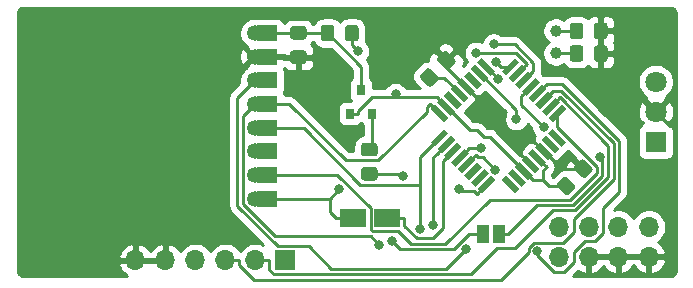
<source format=gbr>
%TF.GenerationSoftware,KiCad,Pcbnew,(5.1.9-0-10_14)*%
%TF.CreationDate,2021-08-27T20:50:13+02:00*%
%TF.ProjectId,HB-SCI-x-MSP,48422d53-4349-42d7-982d-4d53502e6b69,rev?*%
%TF.SameCoordinates,Original*%
%TF.FileFunction,Copper,L2,Bot*%
%TF.FilePolarity,Positive*%
%FSLAX46Y46*%
G04 Gerber Fmt 4.6, Leading zero omitted, Abs format (unit mm)*
G04 Created by KiCad (PCBNEW (5.1.9-0-10_14)) date 2021-08-27 20:50:13*
%MOMM*%
%LPD*%
G01*
G04 APERTURE LIST*
%TA.AperFunction,ComponentPad*%
%ADD10O,1.700000X1.700000*%
%TD*%
%TA.AperFunction,SMDPad,CuDef*%
%ADD11R,1.000000X1.500000*%
%TD*%
%TA.AperFunction,ComponentPad*%
%ADD12R,1.700000X1.700000*%
%TD*%
%TA.AperFunction,ComponentPad*%
%ADD13C,1.000000*%
%TD*%
%TA.AperFunction,SMDPad,CuDef*%
%ADD14C,1.350000*%
%TD*%
%TA.AperFunction,ConnectorPad*%
%ADD15R,1.800000X1.350000*%
%TD*%
%TA.AperFunction,SMDPad,CuDef*%
%ADD16C,0.100000*%
%TD*%
%TA.AperFunction,SMDPad,CuDef*%
%ADD17R,0.800000X0.900000*%
%TD*%
%TA.AperFunction,SMDPad,CuDef*%
%ADD18R,2.200000X1.500000*%
%TD*%
%TA.AperFunction,ComponentPad*%
%ADD19C,1.800000*%
%TD*%
%TA.AperFunction,ComponentPad*%
%ADD20R,1.800000X1.800000*%
%TD*%
%TA.AperFunction,ViaPad*%
%ADD21C,0.800000*%
%TD*%
%TA.AperFunction,Conductor*%
%ADD22C,0.250000*%
%TD*%
%TA.AperFunction,Conductor*%
%ADD23C,0.254000*%
%TD*%
%TA.AperFunction,Conductor*%
%ADD24C,0.100000*%
%TD*%
G04 APERTURE END LIST*
%TO.P,C7,2*%
%TO.N,GND*%
%TA.AperFunction,SMDPad,CuDef*%
G36*
G01*
X91420000Y-39980001D02*
X91420000Y-39079999D01*
G75*
G02*
X91669999Y-38830000I249999J0D01*
G01*
X92320001Y-38830000D01*
G75*
G02*
X92570000Y-39079999I0J-249999D01*
G01*
X92570000Y-39980001D01*
G75*
G02*
X92320001Y-40230000I-249999J0D01*
G01*
X91669999Y-40230000D01*
G75*
G02*
X91420000Y-39980001I0J249999D01*
G01*
G37*
%TD.AperFunction*%
%TO.P,C7,1*%
%TO.N,Net-(C7-Pad1)*%
%TA.AperFunction,SMDPad,CuDef*%
G36*
G01*
X89370000Y-39980001D02*
X89370000Y-39079999D01*
G75*
G02*
X89619999Y-38830000I249999J0D01*
G01*
X90270001Y-38830000D01*
G75*
G02*
X90520000Y-39079999I0J-249999D01*
G01*
X90520000Y-39980001D01*
G75*
G02*
X90270001Y-40230000I-249999J0D01*
G01*
X89619999Y-40230000D01*
G75*
G02*
X89370000Y-39980001I0J249999D01*
G01*
G37*
%TD.AperFunction*%
%TD*%
%TO.P,C6,2*%
%TO.N,GND*%
%TA.AperFunction,SMDPad,CuDef*%
G36*
G01*
X91420000Y-38050001D02*
X91420000Y-37149999D01*
G75*
G02*
X91669999Y-36900000I249999J0D01*
G01*
X92320001Y-36900000D01*
G75*
G02*
X92570000Y-37149999I0J-249999D01*
G01*
X92570000Y-38050001D01*
G75*
G02*
X92320001Y-38300000I-249999J0D01*
G01*
X91669999Y-38300000D01*
G75*
G02*
X91420000Y-38050001I0J249999D01*
G01*
G37*
%TD.AperFunction*%
%TO.P,C6,1*%
%TO.N,Net-(C6-Pad1)*%
%TA.AperFunction,SMDPad,CuDef*%
G36*
G01*
X89370000Y-38050001D02*
X89370000Y-37149999D01*
G75*
G02*
X89619999Y-36900000I249999J0D01*
G01*
X90270001Y-36900000D01*
G75*
G02*
X90520000Y-37149999I0J-249999D01*
G01*
X90520000Y-38050001D01*
G75*
G02*
X90270001Y-38300000I-249999J0D01*
G01*
X89619999Y-38300000D01*
G75*
G02*
X89370000Y-38050001I0J249999D01*
G01*
G37*
%TD.AperFunction*%
%TD*%
D10*
%TO.P,SW2,8*%
%TO.N,GND*%
X88450000Y-56740000D03*
%TO.P,SW2,7*%
X90970000Y-56740000D03*
%TO.P,SW2,6*%
X93470000Y-56740000D03*
%TO.P,SW2,5*%
X96070000Y-56740000D03*
%TO.P,SW2,1*%
%TO.N,Net-(R3-Pad1)*%
X88470000Y-54200000D03*
%TO.P,SW2,2*%
%TO.N,Net-(R4-Pad1)*%
X90970000Y-54200000D03*
%TO.P,SW2,3*%
%TO.N,Net-(R5-Pad1)*%
X93470000Y-54200000D03*
%TO.P,SW2,4*%
%TO.N,Net-(R6-Pad1)*%
X96070000Y-54200000D03*
%TD*%
D11*
%TO.P,JP1,1*%
%TO.N,MSP_RST*%
X82050000Y-54800000D03*
%TO.P,JP1,2*%
%TO.N,Net-(JP1-Pad2)*%
X83350000Y-54800000D03*
%TD*%
D10*
%TO.P,J2,6*%
%TO.N,GND*%
X52600000Y-57030000D03*
%TO.P,J2,5*%
X55140000Y-57030000D03*
%TO.P,J2,4*%
%TO.N,+BATT*%
X57680000Y-57030000D03*
%TO.P,J2,3*%
%TO.N,RX*%
X60220000Y-57030000D03*
%TO.P,J2,2*%
%TO.N,TX*%
X62760000Y-57030000D03*
D12*
%TO.P,J2,1*%
%TO.N,DTR*%
X65300000Y-57030000D03*
%TD*%
D13*
%TO.P,Y1,2*%
%TO.N,Net-(C6-Pad1)*%
X88200000Y-37600000D03*
%TO.P,Y1,1*%
%TO.N,Net-(C7-Pad1)*%
X88200000Y-39500000D03*
%TD*%
D14*
%TO.P,U3,8*%
%TO.N,Net-(D2-Pad2)*%
X62700000Y-51800000D03*
D15*
X63700000Y-51800000D03*
D14*
%TO.P,U3,1*%
%TO.N,Net-(C3-Pad1)*%
X62700000Y-37800000D03*
%TO.P,U3,2*%
%TO.N,GND*%
X62700000Y-39800000D03*
%TO.P,U3,3*%
%TO.N,MOSI*%
X62700000Y-41800000D03*
%TO.P,U3,4*%
%TO.N,SCK*%
X62700000Y-43800000D03*
%TO.P,U3,5*%
%TO.N,MISO*%
X62700000Y-45800000D03*
%TO.P,U3,6*%
%TO.N,Net-(U3-Pad6)*%
X62700000Y-47800000D03*
%TO.P,U3,7*%
%TO.N,GDO0*%
X62700000Y-49800000D03*
D15*
%TO.P,U3,1*%
%TO.N,Net-(C3-Pad1)*%
X63700000Y-37800000D03*
%TO.P,U3,2*%
%TO.N,GND*%
X63700000Y-39800000D03*
%TO.P,U3,3*%
%TO.N,MOSI*%
X63700000Y-41800000D03*
%TO.P,U3,4*%
%TO.N,SCK*%
X63700000Y-43800000D03*
%TO.P,U3,5*%
%TO.N,MISO*%
X63700000Y-45800000D03*
%TO.P,U3,6*%
%TO.N,Net-(U3-Pad6)*%
X63700000Y-47800000D03*
%TO.P,U3,7*%
%TO.N,GDO0*%
X63700000Y-49800000D03*
%TD*%
%TA.AperFunction,SMDPad,CuDef*%
D16*
%TO.P,U1,32*%
%TO.N,GDO0*%
G36*
X87943872Y-45344835D02*
G01*
X87554963Y-44955926D01*
X88686334Y-43824555D01*
X89075243Y-44213464D01*
X87943872Y-45344835D01*
G37*
%TD.AperFunction*%
%TA.AperFunction,SMDPad,CuDef*%
%TO.P,U1,31*%
%TO.N,TX*%
G36*
X87378186Y-44779150D02*
G01*
X86989277Y-44390241D01*
X88120648Y-43258870D01*
X88509557Y-43647779D01*
X87378186Y-44779150D01*
G37*
%TD.AperFunction*%
%TA.AperFunction,SMDPad,CuDef*%
%TO.P,U1,30*%
%TO.N,RX*%
G36*
X86812501Y-44213464D02*
G01*
X86423592Y-43824555D01*
X87554963Y-42693184D01*
X87943872Y-43082093D01*
X86812501Y-44213464D01*
G37*
%TD.AperFunction*%
%TA.AperFunction,SMDPad,CuDef*%
%TO.P,U1,29*%
%TO.N,AVR_RST*%
G36*
X86246816Y-43647779D02*
G01*
X85857907Y-43258870D01*
X86989278Y-42127499D01*
X87378187Y-42516408D01*
X86246816Y-43647779D01*
G37*
%TD.AperFunction*%
%TA.AperFunction,SMDPad,CuDef*%
%TO.P,U1,28*%
%TO.N,Net-(JP1-Pad2)*%
G36*
X85681130Y-43082093D02*
G01*
X85292221Y-42693184D01*
X86423592Y-41561813D01*
X86812501Y-41950722D01*
X85681130Y-43082093D01*
G37*
%TD.AperFunction*%
%TA.AperFunction,SMDPad,CuDef*%
%TO.P,U1,27*%
%TO.N,Net-(U1-Pad27)*%
G36*
X85115445Y-42516408D02*
G01*
X84726536Y-42127499D01*
X85857907Y-40996128D01*
X86246816Y-41385037D01*
X85115445Y-42516408D01*
G37*
%TD.AperFunction*%
%TA.AperFunction,SMDPad,CuDef*%
%TO.P,U1,26*%
%TO.N,Net-(U1-Pad26)*%
G36*
X84549759Y-41950723D02*
G01*
X84160850Y-41561814D01*
X85292221Y-40430443D01*
X85681130Y-40819352D01*
X84549759Y-41950723D01*
G37*
%TD.AperFunction*%
%TA.AperFunction,SMDPad,CuDef*%
%TO.P,U1,25*%
%TO.N,Net-(U1-Pad25)*%
G36*
X83984074Y-41385037D02*
G01*
X83595165Y-40996128D01*
X84726536Y-39864757D01*
X85115445Y-40253666D01*
X83984074Y-41385037D01*
G37*
%TD.AperFunction*%
%TA.AperFunction,SMDPad,CuDef*%
%TO.P,U1,24*%
%TO.N,Net-(U1-Pad24)*%
G36*
X83064835Y-40996128D02*
G01*
X82675926Y-41385037D01*
X81544555Y-40253666D01*
X81933464Y-39864757D01*
X83064835Y-40996128D01*
G37*
%TD.AperFunction*%
%TA.AperFunction,SMDPad,CuDef*%
%TO.P,U1,23*%
%TO.N,Net-(SW1-Pad1)*%
G36*
X82499150Y-41561814D02*
G01*
X82110241Y-41950723D01*
X80978870Y-40819352D01*
X81367779Y-40430443D01*
X82499150Y-41561814D01*
G37*
%TD.AperFunction*%
%TA.AperFunction,SMDPad,CuDef*%
%TO.P,U1,22*%
%TO.N,Net-(U1-Pad22)*%
G36*
X81933464Y-42127499D02*
G01*
X81544555Y-42516408D01*
X80413184Y-41385037D01*
X80802093Y-40996128D01*
X81933464Y-42127499D01*
G37*
%TD.AperFunction*%
%TA.AperFunction,SMDPad,CuDef*%
%TO.P,U1,21*%
%TO.N,GND*%
G36*
X81367779Y-42693184D02*
G01*
X80978870Y-43082093D01*
X79847499Y-41950722D01*
X80236408Y-41561813D01*
X81367779Y-42693184D01*
G37*
%TD.AperFunction*%
%TA.AperFunction,SMDPad,CuDef*%
%TO.P,U1,20*%
%TO.N,Net-(C2-Pad1)*%
G36*
X80802093Y-43258870D02*
G01*
X80413184Y-43647779D01*
X79281813Y-42516408D01*
X79670722Y-42127499D01*
X80802093Y-43258870D01*
G37*
%TD.AperFunction*%
%TA.AperFunction,SMDPad,CuDef*%
%TO.P,U1,19*%
%TO.N,Net-(U1-Pad19)*%
G36*
X80236408Y-43824555D02*
G01*
X79847499Y-44213464D01*
X78716128Y-43082093D01*
X79105037Y-42693184D01*
X80236408Y-43824555D01*
G37*
%TD.AperFunction*%
%TA.AperFunction,SMDPad,CuDef*%
%TO.P,U1,18*%
%TO.N,+BATT*%
G36*
X79670723Y-44390241D02*
G01*
X79281814Y-44779150D01*
X78150443Y-43647779D01*
X78539352Y-43258870D01*
X79670723Y-44390241D01*
G37*
%TD.AperFunction*%
%TA.AperFunction,SMDPad,CuDef*%
%TO.P,U1,17*%
%TO.N,SCK*%
G36*
X79105037Y-44955926D02*
G01*
X78716128Y-45344835D01*
X77584757Y-44213464D01*
X77973666Y-43824555D01*
X79105037Y-44955926D01*
G37*
%TD.AperFunction*%
%TA.AperFunction,SMDPad,CuDef*%
%TO.P,U1,16*%
%TO.N,MISO*%
G36*
X77973666Y-47395445D02*
G01*
X77584757Y-47006536D01*
X78716128Y-45875165D01*
X79105037Y-46264074D01*
X77973666Y-47395445D01*
G37*
%TD.AperFunction*%
%TA.AperFunction,SMDPad,CuDef*%
%TO.P,U1,15*%
%TO.N,MOSI*%
G36*
X78539352Y-47961130D02*
G01*
X78150443Y-47572221D01*
X79281814Y-46440850D01*
X79670723Y-46829759D01*
X78539352Y-47961130D01*
G37*
%TD.AperFunction*%
%TA.AperFunction,SMDPad,CuDef*%
%TO.P,U1,14*%
%TO.N,CS*%
G36*
X79105037Y-48526816D02*
G01*
X78716128Y-48137907D01*
X79847499Y-47006536D01*
X80236408Y-47395445D01*
X79105037Y-48526816D01*
G37*
%TD.AperFunction*%
%TA.AperFunction,SMDPad,CuDef*%
%TO.P,U1,13*%
%TO.N,Net-(R2-Pad2)*%
G36*
X79670722Y-49092501D02*
G01*
X79281813Y-48703592D01*
X80413184Y-47572221D01*
X80802093Y-47961130D01*
X79670722Y-49092501D01*
G37*
%TD.AperFunction*%
%TA.AperFunction,SMDPad,CuDef*%
%TO.P,U1,12*%
%TO.N,Net-(R1-Pad2)*%
G36*
X80236408Y-49658187D02*
G01*
X79847499Y-49269278D01*
X80978870Y-48137907D01*
X81367779Y-48526816D01*
X80236408Y-49658187D01*
G37*
%TD.AperFunction*%
%TA.AperFunction,SMDPad,CuDef*%
%TO.P,U1,11*%
%TO.N,Net-(U1-Pad11)*%
G36*
X80802093Y-50223872D02*
G01*
X80413184Y-49834963D01*
X81544555Y-48703592D01*
X81933464Y-49092501D01*
X80802093Y-50223872D01*
G37*
%TD.AperFunction*%
%TA.AperFunction,SMDPad,CuDef*%
%TO.P,U1,10*%
%TO.N,Net-(U1-Pad10)*%
G36*
X81367779Y-50789557D02*
G01*
X80978870Y-50400648D01*
X82110241Y-49269277D01*
X82499150Y-49658186D01*
X81367779Y-50789557D01*
G37*
%TD.AperFunction*%
%TA.AperFunction,SMDPad,CuDef*%
%TO.P,U1,9*%
%TO.N,CC1101_PWR*%
G36*
X81933464Y-51355243D02*
G01*
X81544555Y-50966334D01*
X82675926Y-49834963D01*
X83064835Y-50223872D01*
X81933464Y-51355243D01*
G37*
%TD.AperFunction*%
%TA.AperFunction,SMDPad,CuDef*%
%TO.P,U1,8*%
%TO.N,Net-(U1-Pad8)*%
G36*
X85115445Y-50966334D02*
G01*
X84726536Y-51355243D01*
X83595165Y-50223872D01*
X83984074Y-49834963D01*
X85115445Y-50966334D01*
G37*
%TD.AperFunction*%
%TA.AperFunction,SMDPad,CuDef*%
%TO.P,U1,7*%
%TO.N,Net-(U1-Pad7)*%
G36*
X85681130Y-50400648D02*
G01*
X85292221Y-50789557D01*
X84160850Y-49658186D01*
X84549759Y-49269277D01*
X85681130Y-50400648D01*
G37*
%TD.AperFunction*%
%TA.AperFunction,SMDPad,CuDef*%
%TO.P,U1,6*%
%TO.N,+BATT*%
G36*
X86246816Y-49834963D02*
G01*
X85857907Y-50223872D01*
X84726536Y-49092501D01*
X85115445Y-48703592D01*
X86246816Y-49834963D01*
G37*
%TD.AperFunction*%
%TA.AperFunction,SMDPad,CuDef*%
%TO.P,U1,5*%
%TO.N,GND*%
G36*
X86812501Y-49269278D02*
G01*
X86423592Y-49658187D01*
X85292221Y-48526816D01*
X85681130Y-48137907D01*
X86812501Y-49269278D01*
G37*
%TD.AperFunction*%
%TA.AperFunction,SMDPad,CuDef*%
%TO.P,U1,4*%
%TO.N,+BATT*%
G36*
X87378187Y-48703592D02*
G01*
X86989278Y-49092501D01*
X85857907Y-47961130D01*
X86246816Y-47572221D01*
X87378187Y-48703592D01*
G37*
%TD.AperFunction*%
%TA.AperFunction,SMDPad,CuDef*%
%TO.P,U1,3*%
%TO.N,GND*%
G36*
X87943872Y-48137907D02*
G01*
X87554963Y-48526816D01*
X86423592Y-47395445D01*
X86812501Y-47006536D01*
X87943872Y-48137907D01*
G37*
%TD.AperFunction*%
%TA.AperFunction,SMDPad,CuDef*%
%TO.P,U1,2*%
%TO.N,Net-(U1-Pad2)*%
G36*
X88509557Y-47572221D02*
G01*
X88120648Y-47961130D01*
X86989277Y-46829759D01*
X87378186Y-46440850D01*
X88509557Y-47572221D01*
G37*
%TD.AperFunction*%
%TA.AperFunction,SMDPad,CuDef*%
%TO.P,U1,1*%
%TO.N,Net-(U1-Pad1)*%
G36*
X89075243Y-47006536D02*
G01*
X88686334Y-47395445D01*
X87554963Y-46264074D01*
X87943872Y-45875165D01*
X89075243Y-47006536D01*
G37*
%TD.AperFunction*%
%TD*%
%TO.P,R8,2*%
%TO.N,Net-(C3-Pad1)*%
%TA.AperFunction,SMDPad,CuDef*%
G36*
G01*
X69450000Y-37349999D02*
X69450000Y-38250001D01*
G75*
G02*
X69200001Y-38500000I-249999J0D01*
G01*
X68549999Y-38500000D01*
G75*
G02*
X68300000Y-38250001I0J249999D01*
G01*
X68300000Y-37349999D01*
G75*
G02*
X68549999Y-37100000I249999J0D01*
G01*
X69200001Y-37100000D01*
G75*
G02*
X69450000Y-37349999I0J-249999D01*
G01*
G37*
%TD.AperFunction*%
%TO.P,R8,1*%
%TO.N,Net-(D2-Pad2)*%
%TA.AperFunction,SMDPad,CuDef*%
G36*
G01*
X71500000Y-37349999D02*
X71500000Y-38250001D01*
G75*
G02*
X71250001Y-38500000I-249999J0D01*
G01*
X70599999Y-38500000D01*
G75*
G02*
X70350000Y-38250001I0J249999D01*
G01*
X70350000Y-37349999D01*
G75*
G02*
X70599999Y-37100000I249999J0D01*
G01*
X71250001Y-37100000D01*
G75*
G02*
X71500000Y-37349999I0J-249999D01*
G01*
G37*
%TD.AperFunction*%
%TD*%
%TO.P,R7,2*%
%TO.N,CC1101_PWR*%
%TA.AperFunction,SMDPad,CuDef*%
G36*
G01*
X71949999Y-49125000D02*
X72850001Y-49125000D01*
G75*
G02*
X73100000Y-49374999I0J-249999D01*
G01*
X73100000Y-50025001D01*
G75*
G02*
X72850001Y-50275000I-249999J0D01*
G01*
X71949999Y-50275000D01*
G75*
G02*
X71700000Y-50025001I0J249999D01*
G01*
X71700000Y-49374999D01*
G75*
G02*
X71949999Y-49125000I249999J0D01*
G01*
G37*
%TD.AperFunction*%
%TO.P,R7,1*%
%TO.N,Net-(Q1-Pad1)*%
%TA.AperFunction,SMDPad,CuDef*%
G36*
G01*
X71949999Y-47075000D02*
X72850001Y-47075000D01*
G75*
G02*
X73100000Y-47324999I0J-249999D01*
G01*
X73100000Y-47975001D01*
G75*
G02*
X72850001Y-48225000I-249999J0D01*
G01*
X71949999Y-48225000D01*
G75*
G02*
X71700000Y-47975001I0J249999D01*
G01*
X71700000Y-47324999D01*
G75*
G02*
X71949999Y-47075000I249999J0D01*
G01*
G37*
%TD.AperFunction*%
%TD*%
D17*
%TO.P,Q1,3*%
%TO.N,Net-(C3-Pad1)*%
X71700000Y-42600000D03*
%TO.P,Q1,2*%
%TO.N,+BATT*%
X70750000Y-44600000D03*
%TO.P,Q1,1*%
%TO.N,Net-(Q1-Pad1)*%
X72650000Y-44600000D03*
%TD*%
D18*
%TO.P,D2,2*%
%TO.N,Net-(D2-Pad2)*%
X71030000Y-53450000D03*
%TO.P,D2,1*%
%TO.N,CS*%
X73930000Y-53450000D03*
%TD*%
D19*
%TO.P,D1,3*%
%TO.N,Net-(D1-Pad3)*%
X96660000Y-41910000D03*
%TO.P,D1,2*%
%TO.N,GND*%
X96660000Y-44450000D03*
D20*
%TO.P,D1,1*%
%TO.N,Net-(D1-Pad1)*%
X96660000Y-46990000D03*
%TD*%
%TO.P,C3,2*%
%TO.N,GND*%
%TA.AperFunction,SMDPad,CuDef*%
G36*
G01*
X65949999Y-39250000D02*
X66850001Y-39250000D01*
G75*
G02*
X67100000Y-39499999I0J-249999D01*
G01*
X67100000Y-40150001D01*
G75*
G02*
X66850001Y-40400000I-249999J0D01*
G01*
X65949999Y-40400000D01*
G75*
G02*
X65700000Y-40150001I0J249999D01*
G01*
X65700000Y-39499999D01*
G75*
G02*
X65949999Y-39250000I249999J0D01*
G01*
G37*
%TD.AperFunction*%
%TO.P,C3,1*%
%TO.N,Net-(C3-Pad1)*%
%TA.AperFunction,SMDPad,CuDef*%
G36*
G01*
X65949999Y-37200000D02*
X66850001Y-37200000D01*
G75*
G02*
X67100000Y-37449999I0J-249999D01*
G01*
X67100000Y-38100001D01*
G75*
G02*
X66850001Y-38350000I-249999J0D01*
G01*
X65949999Y-38350000D01*
G75*
G02*
X65700000Y-38100001I0J249999D01*
G01*
X65700000Y-37449999D01*
G75*
G02*
X65949999Y-37200000I249999J0D01*
G01*
G37*
%TD.AperFunction*%
%TD*%
%TO.P,C2,2*%
%TO.N,GND*%
%TA.AperFunction,SMDPad,CuDef*%
G36*
G01*
X78836396Y-40824801D02*
X78199999Y-40188404D01*
G75*
G02*
X78199999Y-39834852I176776J176776D01*
G01*
X78659620Y-39375231D01*
G75*
G02*
X79013172Y-39375231I176776J-176776D01*
G01*
X79649569Y-40011628D01*
G75*
G02*
X79649569Y-40365180I-176776J-176776D01*
G01*
X79189948Y-40824801D01*
G75*
G02*
X78836396Y-40824801I-176776J176776D01*
G01*
G37*
%TD.AperFunction*%
%TO.P,C2,1*%
%TO.N,Net-(C2-Pad1)*%
%TA.AperFunction,SMDPad,CuDef*%
G36*
G01*
X77386828Y-42274369D02*
X76750431Y-41637972D01*
G75*
G02*
X76750431Y-41284420I176776J176776D01*
G01*
X77210052Y-40824799D01*
G75*
G02*
X77563604Y-40824799I176776J-176776D01*
G01*
X78200001Y-41461196D01*
G75*
G02*
X78200001Y-41814748I-176776J-176776D01*
G01*
X77740380Y-42274369D01*
G75*
G02*
X77386828Y-42274369I-176776J176776D01*
G01*
G37*
%TD.AperFunction*%
%TD*%
%TO.P,C1,1*%
%TO.N,+BATT*%
%TA.AperFunction,SMDPad,CuDef*%
G36*
G01*
X88986828Y-51449569D02*
X88350431Y-50813172D01*
G75*
G02*
X88350431Y-50459620I176776J176776D01*
G01*
X88810052Y-49999999D01*
G75*
G02*
X89163604Y-49999999I176776J-176776D01*
G01*
X89800001Y-50636396D01*
G75*
G02*
X89800001Y-50989948I-176776J-176776D01*
G01*
X89340380Y-51449569D01*
G75*
G02*
X88986828Y-51449569I-176776J176776D01*
G01*
G37*
%TD.AperFunction*%
%TO.P,C1,2*%
%TO.N,GND*%
%TA.AperFunction,SMDPad,CuDef*%
G36*
G01*
X90436396Y-50000001D02*
X89799999Y-49363604D01*
G75*
G02*
X89799999Y-49010052I176776J176776D01*
G01*
X90259620Y-48550431D01*
G75*
G02*
X90613172Y-48550431I176776J-176776D01*
G01*
X91249569Y-49186828D01*
G75*
G02*
X91249569Y-49540380I-176776J-176776D01*
G01*
X90789948Y-50000001D01*
G75*
G02*
X90436396Y-50000001I-176776J176776D01*
G01*
G37*
%TD.AperFunction*%
%TD*%
D21*
%TO.N,+BATT*%
X74635300Y-42957000D03*
%TO.N,GND*%
X85305000Y-36600500D03*
X73708600Y-37695300D03*
X49530000Y-43180000D03*
X49530000Y-44958000D03*
X49530000Y-46736000D03*
X49530000Y-48514000D03*
X95758000Y-37592000D03*
X71628000Y-45974000D03*
X72898000Y-41148000D03*
%TO.N,Net-(D2-Pad2)*%
X71442800Y-39330000D03*
X69874300Y-51020900D03*
%TO.N,Net-(R1-Pad2)*%
X83068000Y-49349300D03*
%TO.N,Net-(R2-Pad2)*%
X81883900Y-47556100D03*
%TO.N,CC1101_PWR*%
X75282000Y-49865000D03*
X80036900Y-50959500D03*
%TO.N,Net-(SW1-Pad1)*%
X84844200Y-45074000D03*
%TO.N,Net-(U1-Pad27)*%
X82926800Y-38739200D03*
%TO.N,Net-(U1-Pad26)*%
X81451000Y-39467300D03*
%TO.N,Net-(U1-Pad25)*%
X83138400Y-40200000D03*
%TO.N,Net-(U1-Pad24)*%
X83275800Y-41637200D03*
%TO.N,SCK*%
X73264200Y-55720300D03*
%TO.N,MISO*%
X76717400Y-54417100D03*
%TO.N,MOSI*%
X80627900Y-56045300D03*
X77834700Y-54036000D03*
%TO.N,AVR_RST*%
X86613000Y-56253900D03*
%TO.N,MSP_RST*%
X74289700Y-55363100D03*
%TO.N,Net-(JP1-Pad2)*%
X91915800Y-48272700D03*
X87152100Y-45754400D03*
%TD*%
D22*
%TO.N,+BATT*%
X86618000Y-48332400D02*
X87413700Y-49128100D01*
X87140400Y-50241500D02*
X86300300Y-50241500D01*
X86300300Y-50241500D02*
X86282400Y-50259400D01*
X89075200Y-50724800D02*
X87623700Y-50724800D01*
X87623700Y-50724800D02*
X87140400Y-50241500D01*
X87140400Y-50241500D02*
X87140400Y-49401400D01*
X87140400Y-49401400D02*
X87413700Y-49128100D01*
X85486700Y-49463700D02*
X86282400Y-50259400D01*
X85486700Y-49463700D02*
X82582500Y-46559500D01*
X82582500Y-46559500D02*
X82088000Y-46559500D01*
X82088000Y-46559500D02*
X81522600Y-45994100D01*
X81522600Y-45994100D02*
X80885700Y-45994100D01*
X80885700Y-45994100D02*
X79706300Y-44814600D01*
X74635300Y-43223200D02*
X74635300Y-42957000D01*
X71475300Y-44600000D02*
X71475300Y-44418700D01*
X71475300Y-44418700D02*
X72670800Y-43223200D01*
X72670800Y-43223200D02*
X74635300Y-43223200D01*
X74635300Y-43223200D02*
X78114800Y-43223200D01*
X70750000Y-44600000D02*
X71475300Y-44600000D01*
X78910600Y-44019000D02*
X78114800Y-43223200D01*
X79308400Y-44416800D02*
X78910600Y-44019000D01*
X79308400Y-44416800D02*
X79706300Y-44814600D01*
%TO.N,GND*%
X85305000Y-36600500D02*
X85338200Y-36567300D01*
X91995000Y-37600000D02*
X91995000Y-39530000D01*
X85256700Y-46971100D02*
X85256700Y-48102300D01*
X80607600Y-42322000D02*
X85256700Y-46971100D01*
X86388000Y-46971000D02*
X85256800Y-46971000D01*
X85256800Y-46971000D02*
X85256700Y-46971100D01*
X86052400Y-48898000D02*
X85256700Y-48102300D01*
X87183700Y-47766700D02*
X86388000Y-46971000D01*
X90524800Y-49275200D02*
X88692200Y-49275200D01*
X88692200Y-49275200D02*
X87183700Y-47766700D01*
X78924800Y-40100000D02*
X78924800Y-40639200D01*
X78924800Y-40639200D02*
X80607600Y-42322000D01*
X78924800Y-40100000D02*
X82424300Y-36600500D01*
X73708600Y-37695300D02*
X76520100Y-37695300D01*
X76520100Y-37695300D02*
X78924800Y-40100000D01*
X62700000Y-39800000D02*
X61642600Y-38742600D01*
X72755900Y-36742600D02*
X73708600Y-37695300D01*
X55140000Y-57030000D02*
X55140000Y-47360000D01*
X55140000Y-47360000D02*
X62700000Y-39800000D01*
X63700000Y-39800000D02*
X66375000Y-39800000D01*
X66375000Y-39800000D02*
X66400000Y-39825000D01*
X62700000Y-39800000D02*
X63700000Y-39800000D01*
X97885400Y-45675400D02*
X96660000Y-44450000D01*
X91995000Y-39785000D02*
X91995000Y-39530000D01*
%TO.N,Net-(C2-Pad1)*%
X80042000Y-42887600D02*
X78704000Y-41549600D01*
X78704000Y-41549600D02*
X77475200Y-41549600D01*
%TO.N,Net-(C3-Pad1)*%
X68875000Y-37800000D02*
X71700000Y-40625000D01*
X71700000Y-40625000D02*
X71700000Y-42600000D01*
X66400000Y-37787500D02*
X64937800Y-37787500D01*
X64937800Y-37787500D02*
X64925300Y-37800000D01*
X68875000Y-37800000D02*
X66412500Y-37800000D01*
X66412500Y-37800000D02*
X66400000Y-37787500D01*
X66400000Y-37787500D02*
X66400000Y-37775000D01*
X63700000Y-37800000D02*
X64925300Y-37800000D01*
X62700000Y-37800000D02*
X63700000Y-37800000D01*
%TO.N,Net-(D2-Pad2)*%
X69098400Y-51800000D02*
X69098400Y-52943700D01*
X69098400Y-52943700D02*
X69604700Y-53450000D01*
X69874300Y-51020900D02*
X69098400Y-51796800D01*
X69098400Y-51796800D02*
X69098400Y-51800000D01*
X64925300Y-51800000D02*
X69098400Y-51800000D01*
X71030000Y-53450000D02*
X69604700Y-53450000D01*
X63700000Y-51800000D02*
X64925300Y-51800000D01*
X71442800Y-39330000D02*
X70925000Y-38812200D01*
X70925000Y-38812200D02*
X70925000Y-37800000D01*
X63700000Y-51800000D02*
X62700000Y-51800000D01*
%TO.N,CS*%
X73930000Y-53450000D02*
X75355300Y-53450000D01*
X75355300Y-53450000D02*
X75355300Y-54091500D01*
X75355300Y-54091500D02*
X76406400Y-55142600D01*
X76406400Y-55142600D02*
X77757200Y-55142600D01*
X77757200Y-55142600D02*
X78620700Y-54279100D01*
X78620700Y-54279100D02*
X78620700Y-48622300D01*
X78620700Y-48622300D02*
X79476300Y-47766700D01*
%TO.N,Net-(Q1-Pad1)*%
X72650000Y-44600000D02*
X72650000Y-47400000D01*
X72650000Y-47400000D02*
X72400000Y-47650000D01*
%TO.N,Net-(R1-Pad2)*%
X81403300Y-48102300D02*
X81618500Y-48317500D01*
X81618500Y-48317500D02*
X82036200Y-48317500D01*
X82036200Y-48317500D02*
X83068000Y-49349300D01*
X80607600Y-48898000D02*
X81403300Y-48102300D01*
%TO.N,Net-(R2-Pad2)*%
X80837700Y-47536700D02*
X80857100Y-47556100D01*
X80857100Y-47556100D02*
X81883900Y-47556100D01*
X80042000Y-48332400D02*
X80837700Y-47536700D01*
%TO.N,CC1101_PWR*%
X72400000Y-49700000D02*
X75117000Y-49700000D01*
X75117000Y-49700000D02*
X75282000Y-49865000D01*
X82304700Y-50595100D02*
X81509100Y-51390700D01*
X81509100Y-51390700D02*
X81265800Y-51147500D01*
X81265800Y-51147500D02*
X80224900Y-51147500D01*
X80224900Y-51147500D02*
X80036900Y-50959500D01*
%TO.N,Net-(SW1-Pad1)*%
X81739000Y-41190600D02*
X84844200Y-44295800D01*
X84844200Y-44295800D02*
X84844200Y-45074000D01*
%TO.N,GDO0*%
X88315100Y-44584700D02*
X88315100Y-45744300D01*
X88315100Y-45744300D02*
X91660200Y-49089400D01*
X91660200Y-49089400D02*
X91660200Y-49647400D01*
X91660200Y-49647400D02*
X89413600Y-51894000D01*
X89413600Y-51894000D02*
X82604900Y-51894000D01*
X82604900Y-51894000D02*
X78852200Y-55646700D01*
X78852200Y-55646700D02*
X75913900Y-55646700D01*
X75913900Y-55646700D02*
X74792600Y-54525400D01*
X74792600Y-54525400D02*
X72624900Y-54525400D01*
X72624900Y-54525400D02*
X72504000Y-54404500D01*
X72504000Y-54404500D02*
X72504000Y-52609200D01*
X72504000Y-52609200D02*
X69694800Y-49800000D01*
X69694800Y-49800000D02*
X63700000Y-49800000D01*
X62700000Y-49800000D02*
X63700000Y-49800000D01*
%TO.N,Net-(U1-Pad27)*%
X86282400Y-40960600D02*
X86282400Y-40322900D01*
X86282400Y-40322900D02*
X84698700Y-38739200D01*
X84698700Y-38739200D02*
X82926800Y-38739200D01*
X85486700Y-41756300D02*
X86282400Y-40960600D01*
%TO.N,Net-(U1-Pad26)*%
X84921000Y-41190600D02*
X85716800Y-40394800D01*
X85716800Y-40394800D02*
X84789300Y-39467300D01*
X84789300Y-39467300D02*
X81451000Y-39467300D01*
%TO.N,Net-(U1-Pad25)*%
X84355300Y-40624900D02*
X83563300Y-40624900D01*
X83563300Y-40624900D02*
X83138400Y-40200000D01*
%TO.N,Net-(U1-Pad24)*%
X82304700Y-40624900D02*
X83275800Y-41596000D01*
X83275800Y-41596000D02*
X83275800Y-41637200D01*
%TO.N,SCK*%
X62700000Y-43800000D02*
X61680300Y-44819700D01*
X61680300Y-44819700D02*
X61680300Y-52232600D01*
X61680300Y-52232600D02*
X64438000Y-54990300D01*
X64438000Y-54990300D02*
X72534200Y-54990300D01*
X72534200Y-54990300D02*
X73264200Y-55720300D01*
X63700000Y-43800000D02*
X62700000Y-43800000D01*
X78344900Y-44584700D02*
X77549300Y-43789000D01*
X77549300Y-43789000D02*
X77259600Y-44078700D01*
X77259600Y-44078700D02*
X77259600Y-44476500D01*
X77259600Y-44476500D02*
X73167300Y-48568800D01*
X73167300Y-48568800D02*
X70394300Y-48568800D01*
X70394300Y-48568800D02*
X65625500Y-43800000D01*
X65625500Y-43800000D02*
X63700000Y-43800000D01*
%TO.N,MISO*%
X76717400Y-50614300D02*
X76717400Y-54417100D01*
X78344900Y-46635300D02*
X76717400Y-48262800D01*
X76717400Y-48262800D02*
X76717400Y-50614300D01*
X76717400Y-50614300D02*
X71654900Y-50614300D01*
X71654900Y-50614300D02*
X66840600Y-45800000D01*
X66840600Y-45800000D02*
X63700000Y-45800000D01*
X62700000Y-45800000D02*
X63700000Y-45800000D01*
%TO.N,MOSI*%
X62700000Y-41800000D02*
X61229900Y-43270100D01*
X61229900Y-43270100D02*
X61229900Y-52419100D01*
X61229900Y-52419100D02*
X64655600Y-55844800D01*
X64655600Y-55844800D02*
X67257600Y-55844800D01*
X67257600Y-55844800D02*
X69152900Y-57740100D01*
X69152900Y-57740100D02*
X78933100Y-57740100D01*
X78933100Y-57740100D02*
X80627900Y-56045300D01*
X78114800Y-47996800D02*
X77834700Y-48276900D01*
X77834700Y-48276900D02*
X77834700Y-54036000D01*
X78910600Y-47201000D02*
X78114800Y-47996800D01*
X62700000Y-41800000D02*
X63700000Y-41800000D01*
%TO.N,Net-(U3-Pad6)*%
X63700000Y-47800000D02*
X62700000Y-47800000D01*
%TO.N,AVR_RST*%
X86613000Y-56253900D02*
X86613000Y-56582000D01*
X86613000Y-56582000D02*
X88034000Y-58003000D01*
X88034000Y-58003000D02*
X88919200Y-58003000D01*
X88919200Y-58003000D02*
X89710000Y-57212200D01*
X89710000Y-57212200D02*
X89710000Y-56323900D01*
X89710000Y-56323900D02*
X90628700Y-55405200D01*
X90628700Y-55405200D02*
X91496000Y-55405200D01*
X91496000Y-55405200D02*
X92220000Y-54681200D01*
X92220000Y-54681200D02*
X92220000Y-52598300D01*
X92220000Y-52598300D02*
X93549000Y-51269300D01*
X93549000Y-51269300D02*
X93549000Y-46925100D01*
X93549000Y-46925100D02*
X88715800Y-42091900D01*
X88715800Y-42091900D02*
X87413700Y-42091900D01*
X86618000Y-42887600D02*
X87413700Y-42091900D01*
%TO.N,MSP_RST*%
X74289700Y-55363100D02*
X75023700Y-56097100D01*
X75023700Y-56097100D02*
X79550200Y-56097100D01*
X79550200Y-56097100D02*
X80847300Y-54800000D01*
X80847300Y-54800000D02*
X82050000Y-54800000D01*
%TO.N,RX*%
X61395300Y-57030000D02*
X61395300Y-57397300D01*
X61395300Y-57397300D02*
X62662600Y-58664600D01*
X62662600Y-58664600D02*
X83543300Y-58664600D01*
X83543300Y-58664600D02*
X85887700Y-56320200D01*
X85887700Y-56320200D02*
X85887700Y-55953500D01*
X85887700Y-55953500D02*
X86312600Y-55528600D01*
X86312600Y-55528600D02*
X88834900Y-55528600D01*
X88834900Y-55528600D02*
X89720000Y-54643500D01*
X89720000Y-54643500D02*
X89720000Y-53554300D01*
X89720000Y-53554300D02*
X93091400Y-50182900D01*
X93091400Y-50182900D02*
X93091400Y-47111500D01*
X93091400Y-47111500D02*
X88637500Y-42657600D01*
X88637500Y-42657600D02*
X87979400Y-42657600D01*
X87183700Y-43453300D02*
X87979400Y-42657600D01*
X60220000Y-57030000D02*
X61395300Y-57030000D01*
%TO.N,TX*%
X62760000Y-57030000D02*
X63935300Y-57030000D01*
X87749400Y-44019000D02*
X88545200Y-43223200D01*
X88545200Y-43223200D02*
X92641100Y-47319100D01*
X92641100Y-47319100D02*
X92641100Y-49996300D01*
X92641100Y-49996300D02*
X89842500Y-52794900D01*
X89842500Y-52794900D02*
X87913200Y-52794900D01*
X87913200Y-52794900D02*
X84733100Y-55975000D01*
X84733100Y-55975000D02*
X83248000Y-55975000D01*
X83248000Y-55975000D02*
X81017700Y-58205300D01*
X81017700Y-58205300D02*
X64302500Y-58205300D01*
X64302500Y-58205300D02*
X63935300Y-57838100D01*
X63935300Y-57838100D02*
X63935300Y-57030000D01*
%TO.N,Net-(JP1-Pad2)*%
X84175300Y-54800000D02*
X86630800Y-52344500D01*
X86630800Y-52344500D02*
X89656000Y-52344500D01*
X89656000Y-52344500D02*
X92110600Y-49889900D01*
X92110600Y-49889900D02*
X92110600Y-48467500D01*
X92110600Y-48467500D02*
X91915800Y-48272700D01*
X86052400Y-42322000D02*
X85256700Y-43117700D01*
X83350000Y-54800000D02*
X84175300Y-54800000D01*
X85256700Y-43117700D02*
X85256700Y-43859000D01*
X85256700Y-43859000D02*
X87152100Y-45754400D01*
%TO.N,Net-(C6-Pad1)*%
X88200000Y-37600000D02*
X89945000Y-37600000D01*
%TO.N,Net-(C7-Pad1)*%
X88200000Y-39500000D02*
X89915000Y-39500000D01*
X89915000Y-39500000D02*
X89945000Y-39530000D01*
%TD*%
D23*
%TO.N,GND*%
X97992905Y-35671294D02*
X98072656Y-35695372D01*
X98146207Y-35734480D01*
X98210763Y-35787131D01*
X98263861Y-35851316D01*
X98303482Y-35924593D01*
X98328115Y-36004172D01*
X98339999Y-36117240D01*
X98340001Y-57877711D01*
X98328706Y-57992906D01*
X98304628Y-58072656D01*
X98265521Y-58146205D01*
X98212869Y-58210763D01*
X98148684Y-58263861D01*
X98075406Y-58303482D01*
X97995829Y-58328115D01*
X97882759Y-58339999D01*
X89657002Y-58339999D01*
X90078376Y-57918626D01*
X90203080Y-58011641D01*
X90465901Y-58136825D01*
X90613110Y-58181476D01*
X90843000Y-58060155D01*
X90843000Y-56867000D01*
X91097000Y-56867000D01*
X91097000Y-58060155D01*
X91326890Y-58181476D01*
X91474099Y-58136825D01*
X91736920Y-58011641D01*
X91970269Y-57837588D01*
X92165178Y-57621355D01*
X92220000Y-57529321D01*
X92274822Y-57621355D01*
X92469731Y-57837588D01*
X92703080Y-58011641D01*
X92965901Y-58136825D01*
X93113110Y-58181476D01*
X93343000Y-58060155D01*
X93343000Y-56867000D01*
X93597000Y-56867000D01*
X93597000Y-58060155D01*
X93826890Y-58181476D01*
X93974099Y-58136825D01*
X94236920Y-58011641D01*
X94470269Y-57837588D01*
X94665178Y-57621355D01*
X94770000Y-57445382D01*
X94874822Y-57621355D01*
X95069731Y-57837588D01*
X95303080Y-58011641D01*
X95565901Y-58136825D01*
X95713110Y-58181476D01*
X95943000Y-58060155D01*
X95943000Y-56867000D01*
X96197000Y-56867000D01*
X96197000Y-58060155D01*
X96426890Y-58181476D01*
X96574099Y-58136825D01*
X96836920Y-58011641D01*
X97070269Y-57837588D01*
X97265178Y-57621355D01*
X97414157Y-57371252D01*
X97511481Y-57096891D01*
X97390814Y-56867000D01*
X96197000Y-56867000D01*
X95943000Y-56867000D01*
X93597000Y-56867000D01*
X93343000Y-56867000D01*
X91097000Y-56867000D01*
X90843000Y-56867000D01*
X90823000Y-56867000D01*
X90823000Y-56613000D01*
X90843000Y-56613000D01*
X90843000Y-56593000D01*
X91097000Y-56593000D01*
X91097000Y-56613000D01*
X93343000Y-56613000D01*
X93343000Y-56593000D01*
X93597000Y-56593000D01*
X93597000Y-56613000D01*
X95943000Y-56613000D01*
X95943000Y-56593000D01*
X96197000Y-56593000D01*
X96197000Y-56613000D01*
X97390814Y-56613000D01*
X97511481Y-56383109D01*
X97414157Y-56108748D01*
X97265178Y-55858645D01*
X97070269Y-55642412D01*
X96840594Y-55471100D01*
X97016632Y-55353475D01*
X97223475Y-55146632D01*
X97385990Y-54903411D01*
X97497932Y-54633158D01*
X97555000Y-54346260D01*
X97555000Y-54053740D01*
X97497932Y-53766842D01*
X97385990Y-53496589D01*
X97223475Y-53253368D01*
X97016632Y-53046525D01*
X96773411Y-52884010D01*
X96503158Y-52772068D01*
X96216260Y-52715000D01*
X95923740Y-52715000D01*
X95636842Y-52772068D01*
X95366589Y-52884010D01*
X95123368Y-53046525D01*
X94916525Y-53253368D01*
X94770000Y-53472658D01*
X94623475Y-53253368D01*
X94416632Y-53046525D01*
X94173411Y-52884010D01*
X93903158Y-52772068D01*
X93616260Y-52715000D01*
X93323740Y-52715000D01*
X93141938Y-52751163D01*
X94060004Y-51833098D01*
X94089001Y-51809301D01*
X94183974Y-51693576D01*
X94254546Y-51561547D01*
X94298003Y-51418286D01*
X94309000Y-51306633D01*
X94309000Y-51306623D01*
X94312676Y-51269300D01*
X94309000Y-51231977D01*
X94309000Y-46962422D01*
X94312676Y-46925100D01*
X94309000Y-46887777D01*
X94309000Y-46887767D01*
X94298003Y-46776114D01*
X94254546Y-46632853D01*
X94215605Y-46560000D01*
X94183974Y-46500823D01*
X94112799Y-46414097D01*
X94089001Y-46385099D01*
X94060003Y-46361301D01*
X92215255Y-44516553D01*
X95119009Y-44516553D01*
X95161603Y-44815907D01*
X95261778Y-45101199D01*
X95341739Y-45250792D01*
X95595918Y-45334474D01*
X95479970Y-45450422D01*
X95526735Y-45497187D01*
X95515820Y-45500498D01*
X95405506Y-45559463D01*
X95308815Y-45638815D01*
X95229463Y-45735506D01*
X95170498Y-45845820D01*
X95134188Y-45965518D01*
X95121928Y-46090000D01*
X95121928Y-47890000D01*
X95134188Y-48014482D01*
X95170498Y-48134180D01*
X95229463Y-48244494D01*
X95308815Y-48341185D01*
X95405506Y-48420537D01*
X95515820Y-48479502D01*
X95635518Y-48515812D01*
X95760000Y-48528072D01*
X97560000Y-48528072D01*
X97684482Y-48515812D01*
X97804180Y-48479502D01*
X97914494Y-48420537D01*
X98011185Y-48341185D01*
X98090537Y-48244494D01*
X98149502Y-48134180D01*
X98185812Y-48014482D01*
X98198072Y-47890000D01*
X98198072Y-46090000D01*
X98185812Y-45965518D01*
X98149502Y-45845820D01*
X98090537Y-45735506D01*
X98011185Y-45638815D01*
X97914494Y-45559463D01*
X97804180Y-45500498D01*
X97793265Y-45497187D01*
X97840030Y-45450422D01*
X97724082Y-45334474D01*
X97978261Y-45250792D01*
X98109158Y-44978225D01*
X98184365Y-44685358D01*
X98200991Y-44383447D01*
X98158397Y-44084093D01*
X98058222Y-43798801D01*
X97978261Y-43649208D01*
X97724080Y-43565525D01*
X96839605Y-44450000D01*
X96853748Y-44464143D01*
X96674143Y-44643748D01*
X96660000Y-44629605D01*
X96645858Y-44643748D01*
X96466253Y-44464143D01*
X96480395Y-44450000D01*
X95595920Y-43565525D01*
X95341739Y-43649208D01*
X95210842Y-43921775D01*
X95135635Y-44214642D01*
X95119009Y-44516553D01*
X92215255Y-44516553D01*
X89457518Y-41758816D01*
X95125000Y-41758816D01*
X95125000Y-42061184D01*
X95183989Y-42357743D01*
X95299701Y-42637095D01*
X95467688Y-42888505D01*
X95681495Y-43102312D01*
X95835105Y-43204951D01*
X95775525Y-43385920D01*
X96660000Y-44270395D01*
X97544475Y-43385920D01*
X97484895Y-43204951D01*
X97638505Y-43102312D01*
X97852312Y-42888505D01*
X98020299Y-42637095D01*
X98136011Y-42357743D01*
X98195000Y-42061184D01*
X98195000Y-41758816D01*
X98136011Y-41462257D01*
X98020299Y-41182905D01*
X97852312Y-40931495D01*
X97638505Y-40717688D01*
X97387095Y-40549701D01*
X97107743Y-40433989D01*
X96811184Y-40375000D01*
X96508816Y-40375000D01*
X96212257Y-40433989D01*
X95932905Y-40549701D01*
X95681495Y-40717688D01*
X95467688Y-40931495D01*
X95299701Y-41182905D01*
X95183989Y-41462257D01*
X95125000Y-41758816D01*
X89457518Y-41758816D01*
X89279604Y-41580903D01*
X89255801Y-41551899D01*
X89140076Y-41456926D01*
X89008047Y-41386354D01*
X88864786Y-41342897D01*
X88753133Y-41331900D01*
X88753122Y-41331900D01*
X88715800Y-41328224D01*
X88678478Y-41331900D01*
X87451025Y-41331900D01*
X87413700Y-41328224D01*
X87376375Y-41331900D01*
X87376367Y-41331900D01*
X87264714Y-41342897D01*
X87143742Y-41379593D01*
X86994707Y-41230558D01*
X87031403Y-41109586D01*
X87042400Y-40997933D01*
X87042400Y-40997925D01*
X87046076Y-40960600D01*
X87042400Y-40923275D01*
X87042400Y-40360222D01*
X87046076Y-40322899D01*
X87042400Y-40285577D01*
X87042400Y-40285567D01*
X87031403Y-40173914D01*
X86987946Y-40030653D01*
X86966177Y-39989926D01*
X86917374Y-39898623D01*
X86846199Y-39811897D01*
X86822401Y-39782899D01*
X86793403Y-39759101D01*
X85262504Y-38228203D01*
X85238701Y-38199199D01*
X85122976Y-38104226D01*
X84990947Y-38033654D01*
X84847686Y-37990197D01*
X84736033Y-37979200D01*
X84736022Y-37979200D01*
X84698700Y-37975524D01*
X84661378Y-37979200D01*
X83630511Y-37979200D01*
X83586574Y-37935263D01*
X83417056Y-37821995D01*
X83228698Y-37743974D01*
X83028739Y-37704200D01*
X82824861Y-37704200D01*
X82624902Y-37743974D01*
X82436544Y-37821995D01*
X82267026Y-37935263D01*
X82122863Y-38079426D01*
X82009595Y-38248944D01*
X81931574Y-38437302D01*
X81911583Y-38537804D01*
X81752898Y-38472074D01*
X81552939Y-38432300D01*
X81349061Y-38432300D01*
X81149102Y-38472074D01*
X80960744Y-38550095D01*
X80791226Y-38663363D01*
X80647063Y-38807526D01*
X80533795Y-38977044D01*
X80455774Y-39165402D01*
X80416000Y-39365361D01*
X80416000Y-39569239D01*
X80455774Y-39769198D01*
X80533795Y-39957556D01*
X80647063Y-40127074D01*
X80707921Y-40187932D01*
X80527685Y-40368167D01*
X80448333Y-40464858D01*
X80448078Y-40465335D01*
X80447599Y-40465591D01*
X80359605Y-40537806D01*
X80415847Y-40432584D01*
X80452157Y-40312886D01*
X80464417Y-40188404D01*
X80452157Y-40063923D01*
X80415847Y-39944225D01*
X80356883Y-39833911D01*
X80277530Y-39737219D01*
X79982439Y-39446473D01*
X79757933Y-39446473D01*
X79104389Y-40100016D01*
X79118532Y-40114159D01*
X78938927Y-40293764D01*
X78924784Y-40279621D01*
X78910642Y-40293764D01*
X78731037Y-40114159D01*
X78745179Y-40100016D01*
X78003247Y-39358084D01*
X77778741Y-39358084D01*
X77572038Y-39560443D01*
X77492685Y-39657134D01*
X77433721Y-39767448D01*
X77397411Y-39887146D01*
X77385151Y-40011628D01*
X77395267Y-40114335D01*
X77386828Y-40113504D01*
X77213574Y-40130568D01*
X77046978Y-40181104D01*
X76893442Y-40263171D01*
X76758867Y-40373614D01*
X76299246Y-40833235D01*
X76188803Y-40967810D01*
X76106736Y-41121346D01*
X76056200Y-41287942D01*
X76039136Y-41461196D01*
X76056200Y-41634450D01*
X76106736Y-41801046D01*
X76188803Y-41954582D01*
X76299246Y-42089157D01*
X76673289Y-42463200D01*
X75550137Y-42463200D01*
X75439237Y-42297226D01*
X75295074Y-42153063D01*
X75125556Y-42039795D01*
X74937198Y-41961774D01*
X74737239Y-41922000D01*
X74533361Y-41922000D01*
X74333402Y-41961774D01*
X74145044Y-42039795D01*
X73975526Y-42153063D01*
X73831363Y-42297226D01*
X73720463Y-42463200D01*
X72738072Y-42463200D01*
X72738072Y-42150000D01*
X72725812Y-42025518D01*
X72689502Y-41905820D01*
X72630537Y-41795506D01*
X72551185Y-41698815D01*
X72460000Y-41623982D01*
X72460000Y-40662322D01*
X72463676Y-40624999D01*
X72460000Y-40587676D01*
X72460000Y-40587667D01*
X72449003Y-40476014D01*
X72405546Y-40332753D01*
X72334974Y-40200724D01*
X72240001Y-40084999D01*
X72211004Y-40061202D01*
X72193156Y-40043355D01*
X72246737Y-39989774D01*
X72360005Y-39820256D01*
X72438026Y-39631898D01*
X72477800Y-39431939D01*
X72477800Y-39228061D01*
X72438026Y-39028102D01*
X72407321Y-38953973D01*
X78182852Y-38953973D01*
X78182852Y-39178479D01*
X78924784Y-39920411D01*
X79578327Y-39266867D01*
X79578327Y-39042361D01*
X79287581Y-38747270D01*
X79190889Y-38667917D01*
X79080575Y-38608953D01*
X78960877Y-38572643D01*
X78836396Y-38560383D01*
X78711914Y-38572643D01*
X78592216Y-38608953D01*
X78481902Y-38667917D01*
X78385211Y-38747270D01*
X78182852Y-38953973D01*
X72407321Y-38953973D01*
X72360005Y-38839744D01*
X72246737Y-38670226D01*
X72102574Y-38526063D01*
X72091971Y-38518978D01*
X72121008Y-38423255D01*
X72138072Y-38250001D01*
X72138072Y-37488212D01*
X87065000Y-37488212D01*
X87065000Y-37711788D01*
X87108617Y-37931067D01*
X87194176Y-38137624D01*
X87318388Y-38323520D01*
X87476480Y-38481612D01*
X87578830Y-38550000D01*
X87476480Y-38618388D01*
X87318388Y-38776480D01*
X87194176Y-38962376D01*
X87108617Y-39168933D01*
X87065000Y-39388212D01*
X87065000Y-39611788D01*
X87108617Y-39831067D01*
X87194176Y-40037624D01*
X87318388Y-40223520D01*
X87476480Y-40381612D01*
X87662376Y-40505824D01*
X87868933Y-40591383D01*
X88088212Y-40635000D01*
X88311788Y-40635000D01*
X88531067Y-40591383D01*
X88737624Y-40505824D01*
X88856483Y-40426405D01*
X88881595Y-40473387D01*
X88992038Y-40607962D01*
X89126613Y-40718405D01*
X89280149Y-40800472D01*
X89446745Y-40851008D01*
X89619999Y-40868072D01*
X90270001Y-40868072D01*
X90443255Y-40851008D01*
X90609851Y-40800472D01*
X90763387Y-40718405D01*
X90897962Y-40607962D01*
X90903342Y-40601406D01*
X90968815Y-40681185D01*
X91065506Y-40760537D01*
X91175820Y-40819502D01*
X91295518Y-40855812D01*
X91420000Y-40868072D01*
X91709250Y-40865000D01*
X91868000Y-40706250D01*
X91868000Y-39657000D01*
X92122000Y-39657000D01*
X92122000Y-40706250D01*
X92280750Y-40865000D01*
X92570000Y-40868072D01*
X92694482Y-40855812D01*
X92814180Y-40819502D01*
X92924494Y-40760537D01*
X93021185Y-40681185D01*
X93100537Y-40584494D01*
X93159502Y-40474180D01*
X93195812Y-40354482D01*
X93208072Y-40230000D01*
X93205000Y-39815750D01*
X93046250Y-39657000D01*
X92122000Y-39657000D01*
X91868000Y-39657000D01*
X91848000Y-39657000D01*
X91848000Y-39403000D01*
X91868000Y-39403000D01*
X91868000Y-37727000D01*
X92122000Y-37727000D01*
X92122000Y-39403000D01*
X93046250Y-39403000D01*
X93205000Y-39244250D01*
X93208072Y-38830000D01*
X93195812Y-38705518D01*
X93159502Y-38585820D01*
X93148373Y-38565000D01*
X93159502Y-38544180D01*
X93195812Y-38424482D01*
X93208072Y-38300000D01*
X93205000Y-37885750D01*
X93046250Y-37727000D01*
X92122000Y-37727000D01*
X91868000Y-37727000D01*
X91848000Y-37727000D01*
X91848000Y-37473000D01*
X91868000Y-37473000D01*
X91868000Y-36423750D01*
X92122000Y-36423750D01*
X92122000Y-37473000D01*
X93046250Y-37473000D01*
X93205000Y-37314250D01*
X93208072Y-36900000D01*
X93195812Y-36775518D01*
X93159502Y-36655820D01*
X93100537Y-36545506D01*
X93021185Y-36448815D01*
X92924494Y-36369463D01*
X92814180Y-36310498D01*
X92694482Y-36274188D01*
X92570000Y-36261928D01*
X92280750Y-36265000D01*
X92122000Y-36423750D01*
X91868000Y-36423750D01*
X91709250Y-36265000D01*
X91420000Y-36261928D01*
X91295518Y-36274188D01*
X91175820Y-36310498D01*
X91065506Y-36369463D01*
X90968815Y-36448815D01*
X90903342Y-36528594D01*
X90897962Y-36522038D01*
X90763387Y-36411595D01*
X90609851Y-36329528D01*
X90443255Y-36278992D01*
X90270001Y-36261928D01*
X89619999Y-36261928D01*
X89446745Y-36278992D01*
X89280149Y-36329528D01*
X89126613Y-36411595D01*
X88992038Y-36522038D01*
X88881595Y-36656613D01*
X88868298Y-36681490D01*
X88737624Y-36594176D01*
X88531067Y-36508617D01*
X88311788Y-36465000D01*
X88088212Y-36465000D01*
X87868933Y-36508617D01*
X87662376Y-36594176D01*
X87476480Y-36718388D01*
X87318388Y-36876480D01*
X87194176Y-37062376D01*
X87108617Y-37268933D01*
X87065000Y-37488212D01*
X72138072Y-37488212D01*
X72138072Y-37349999D01*
X72121008Y-37176745D01*
X72070472Y-37010149D01*
X71988405Y-36856613D01*
X71877962Y-36722038D01*
X71743387Y-36611595D01*
X71589851Y-36529528D01*
X71423255Y-36478992D01*
X71250001Y-36461928D01*
X70599999Y-36461928D01*
X70426745Y-36478992D01*
X70260149Y-36529528D01*
X70106613Y-36611595D01*
X69972038Y-36722038D01*
X69900000Y-36809816D01*
X69827962Y-36722038D01*
X69693387Y-36611595D01*
X69539851Y-36529528D01*
X69373255Y-36478992D01*
X69200001Y-36461928D01*
X68549999Y-36461928D01*
X68376745Y-36478992D01*
X68210149Y-36529528D01*
X68056613Y-36611595D01*
X67922038Y-36722038D01*
X67811595Y-36856613D01*
X67729528Y-37010149D01*
X67720473Y-37040000D01*
X67632976Y-37040000D01*
X67588405Y-36956613D01*
X67477962Y-36822038D01*
X67343387Y-36711595D01*
X67189851Y-36629528D01*
X67023255Y-36578992D01*
X66850001Y-36561928D01*
X65949999Y-36561928D01*
X65776745Y-36578992D01*
X65610149Y-36629528D01*
X65456613Y-36711595D01*
X65322038Y-36822038D01*
X65212251Y-36955814D01*
X65189502Y-36880820D01*
X65130537Y-36770506D01*
X65051185Y-36673815D01*
X64954494Y-36594463D01*
X64844180Y-36535498D01*
X64724482Y-36499188D01*
X64600000Y-36486928D01*
X62800000Y-36486928D01*
X62768808Y-36490000D01*
X62570976Y-36490000D01*
X62317887Y-36540342D01*
X62079482Y-36639093D01*
X61864923Y-36782456D01*
X61682456Y-36964923D01*
X61539093Y-37179482D01*
X61440342Y-37417887D01*
X61390000Y-37670976D01*
X61390000Y-37929024D01*
X61440342Y-38182113D01*
X61539093Y-38420518D01*
X61682456Y-38635077D01*
X61864923Y-38817544D01*
X61977191Y-38892559D01*
X61976205Y-38896600D01*
X62165754Y-39086149D01*
X62161928Y-39125000D01*
X62164446Y-39444051D01*
X61796600Y-39076205D01*
X61565379Y-39132630D01*
X61456983Y-39366808D01*
X61396355Y-39617633D01*
X61385826Y-39875465D01*
X61425800Y-40130398D01*
X61514741Y-40372633D01*
X61565379Y-40467370D01*
X61796600Y-40523795D01*
X62164446Y-40155949D01*
X62161928Y-40475000D01*
X62165754Y-40513851D01*
X61976205Y-40703400D01*
X61977191Y-40707441D01*
X61864923Y-40782456D01*
X61682456Y-40964923D01*
X61539093Y-41179482D01*
X61440342Y-41417887D01*
X61390000Y-41670976D01*
X61390000Y-41929024D01*
X61407615Y-42017583D01*
X60718903Y-42706296D01*
X60689899Y-42730099D01*
X60646931Y-42782456D01*
X60594926Y-42845824D01*
X60529239Y-42968715D01*
X60524354Y-42977854D01*
X60480897Y-43121115D01*
X60469900Y-43232768D01*
X60469900Y-43232778D01*
X60466224Y-43270100D01*
X60469900Y-43307422D01*
X60469901Y-52381768D01*
X60466224Y-52419100D01*
X60469901Y-52456433D01*
X60480898Y-52568086D01*
X60490063Y-52598300D01*
X60524354Y-52711346D01*
X60594926Y-52843376D01*
X60666101Y-52930102D01*
X60689900Y-52959101D01*
X60718898Y-52982899D01*
X63440530Y-55704532D01*
X63193158Y-55602068D01*
X62906260Y-55545000D01*
X62613740Y-55545000D01*
X62326842Y-55602068D01*
X62056589Y-55714010D01*
X61813368Y-55876525D01*
X61606525Y-56083368D01*
X61490000Y-56257760D01*
X61373475Y-56083368D01*
X61166632Y-55876525D01*
X60923411Y-55714010D01*
X60653158Y-55602068D01*
X60366260Y-55545000D01*
X60073740Y-55545000D01*
X59786842Y-55602068D01*
X59516589Y-55714010D01*
X59273368Y-55876525D01*
X59066525Y-56083368D01*
X58950000Y-56257760D01*
X58833475Y-56083368D01*
X58626632Y-55876525D01*
X58383411Y-55714010D01*
X58113158Y-55602068D01*
X57826260Y-55545000D01*
X57533740Y-55545000D01*
X57246842Y-55602068D01*
X56976589Y-55714010D01*
X56733368Y-55876525D01*
X56526525Y-56083368D01*
X56404805Y-56265534D01*
X56335178Y-56148645D01*
X56140269Y-55932412D01*
X55906920Y-55758359D01*
X55644099Y-55633175D01*
X55496890Y-55588524D01*
X55267000Y-55709845D01*
X55267000Y-56903000D01*
X55287000Y-56903000D01*
X55287000Y-57157000D01*
X55267000Y-57157000D01*
X55267000Y-57177000D01*
X55013000Y-57177000D01*
X55013000Y-57157000D01*
X52727000Y-57157000D01*
X52727000Y-57177000D01*
X52473000Y-57177000D01*
X52473000Y-57157000D01*
X51279186Y-57157000D01*
X51158519Y-57386891D01*
X51255843Y-57661252D01*
X51404822Y-57911355D01*
X51599731Y-58127588D01*
X51833080Y-58301641D01*
X51913615Y-58340001D01*
X43122289Y-58340001D01*
X43007094Y-58328706D01*
X42927344Y-58304628D01*
X42853795Y-58265521D01*
X42789237Y-58212869D01*
X42736139Y-58148684D01*
X42696518Y-58075406D01*
X42671885Y-57995829D01*
X42660001Y-57882759D01*
X42660001Y-56673109D01*
X51158519Y-56673109D01*
X51279186Y-56903000D01*
X52473000Y-56903000D01*
X52473000Y-55709845D01*
X52727000Y-55709845D01*
X52727000Y-56903000D01*
X55013000Y-56903000D01*
X55013000Y-55709845D01*
X54783110Y-55588524D01*
X54635901Y-55633175D01*
X54373080Y-55758359D01*
X54139731Y-55932412D01*
X53944822Y-56148645D01*
X53870000Y-56274255D01*
X53795178Y-56148645D01*
X53600269Y-55932412D01*
X53366920Y-55758359D01*
X53104099Y-55633175D01*
X52956890Y-55588524D01*
X52727000Y-55709845D01*
X52473000Y-55709845D01*
X52243110Y-55588524D01*
X52095901Y-55633175D01*
X51833080Y-55758359D01*
X51599731Y-55932412D01*
X51404822Y-56148645D01*
X51255843Y-56398748D01*
X51158519Y-56673109D01*
X42660001Y-56673109D01*
X42659998Y-36122288D01*
X42671293Y-36007094D01*
X42695371Y-35927343D01*
X42734479Y-35853792D01*
X42787130Y-35789236D01*
X42851315Y-35736138D01*
X42924592Y-35696517D01*
X43004171Y-35671884D01*
X43117239Y-35660000D01*
X97877721Y-35660000D01*
X97992905Y-35671294D01*
%TA.AperFunction,Conductor*%
D24*
G36*
X97992905Y-35671294D02*
G01*
X98072656Y-35695372D01*
X98146207Y-35734480D01*
X98210763Y-35787131D01*
X98263861Y-35851316D01*
X98303482Y-35924593D01*
X98328115Y-36004172D01*
X98339999Y-36117240D01*
X98340001Y-57877711D01*
X98328706Y-57992906D01*
X98304628Y-58072656D01*
X98265521Y-58146205D01*
X98212869Y-58210763D01*
X98148684Y-58263861D01*
X98075406Y-58303482D01*
X97995829Y-58328115D01*
X97882759Y-58339999D01*
X89657002Y-58339999D01*
X90078376Y-57918626D01*
X90203080Y-58011641D01*
X90465901Y-58136825D01*
X90613110Y-58181476D01*
X90843000Y-58060155D01*
X90843000Y-56867000D01*
X91097000Y-56867000D01*
X91097000Y-58060155D01*
X91326890Y-58181476D01*
X91474099Y-58136825D01*
X91736920Y-58011641D01*
X91970269Y-57837588D01*
X92165178Y-57621355D01*
X92220000Y-57529321D01*
X92274822Y-57621355D01*
X92469731Y-57837588D01*
X92703080Y-58011641D01*
X92965901Y-58136825D01*
X93113110Y-58181476D01*
X93343000Y-58060155D01*
X93343000Y-56867000D01*
X93597000Y-56867000D01*
X93597000Y-58060155D01*
X93826890Y-58181476D01*
X93974099Y-58136825D01*
X94236920Y-58011641D01*
X94470269Y-57837588D01*
X94665178Y-57621355D01*
X94770000Y-57445382D01*
X94874822Y-57621355D01*
X95069731Y-57837588D01*
X95303080Y-58011641D01*
X95565901Y-58136825D01*
X95713110Y-58181476D01*
X95943000Y-58060155D01*
X95943000Y-56867000D01*
X96197000Y-56867000D01*
X96197000Y-58060155D01*
X96426890Y-58181476D01*
X96574099Y-58136825D01*
X96836920Y-58011641D01*
X97070269Y-57837588D01*
X97265178Y-57621355D01*
X97414157Y-57371252D01*
X97511481Y-57096891D01*
X97390814Y-56867000D01*
X96197000Y-56867000D01*
X95943000Y-56867000D01*
X93597000Y-56867000D01*
X93343000Y-56867000D01*
X91097000Y-56867000D01*
X90843000Y-56867000D01*
X90823000Y-56867000D01*
X90823000Y-56613000D01*
X90843000Y-56613000D01*
X90843000Y-56593000D01*
X91097000Y-56593000D01*
X91097000Y-56613000D01*
X93343000Y-56613000D01*
X93343000Y-56593000D01*
X93597000Y-56593000D01*
X93597000Y-56613000D01*
X95943000Y-56613000D01*
X95943000Y-56593000D01*
X96197000Y-56593000D01*
X96197000Y-56613000D01*
X97390814Y-56613000D01*
X97511481Y-56383109D01*
X97414157Y-56108748D01*
X97265178Y-55858645D01*
X97070269Y-55642412D01*
X96840594Y-55471100D01*
X97016632Y-55353475D01*
X97223475Y-55146632D01*
X97385990Y-54903411D01*
X97497932Y-54633158D01*
X97555000Y-54346260D01*
X97555000Y-54053740D01*
X97497932Y-53766842D01*
X97385990Y-53496589D01*
X97223475Y-53253368D01*
X97016632Y-53046525D01*
X96773411Y-52884010D01*
X96503158Y-52772068D01*
X96216260Y-52715000D01*
X95923740Y-52715000D01*
X95636842Y-52772068D01*
X95366589Y-52884010D01*
X95123368Y-53046525D01*
X94916525Y-53253368D01*
X94770000Y-53472658D01*
X94623475Y-53253368D01*
X94416632Y-53046525D01*
X94173411Y-52884010D01*
X93903158Y-52772068D01*
X93616260Y-52715000D01*
X93323740Y-52715000D01*
X93141938Y-52751163D01*
X94060004Y-51833098D01*
X94089001Y-51809301D01*
X94183974Y-51693576D01*
X94254546Y-51561547D01*
X94298003Y-51418286D01*
X94309000Y-51306633D01*
X94309000Y-51306623D01*
X94312676Y-51269300D01*
X94309000Y-51231977D01*
X94309000Y-46962422D01*
X94312676Y-46925100D01*
X94309000Y-46887777D01*
X94309000Y-46887767D01*
X94298003Y-46776114D01*
X94254546Y-46632853D01*
X94215605Y-46560000D01*
X94183974Y-46500823D01*
X94112799Y-46414097D01*
X94089001Y-46385099D01*
X94060003Y-46361301D01*
X92215255Y-44516553D01*
X95119009Y-44516553D01*
X95161603Y-44815907D01*
X95261778Y-45101199D01*
X95341739Y-45250792D01*
X95595918Y-45334474D01*
X95479970Y-45450422D01*
X95526735Y-45497187D01*
X95515820Y-45500498D01*
X95405506Y-45559463D01*
X95308815Y-45638815D01*
X95229463Y-45735506D01*
X95170498Y-45845820D01*
X95134188Y-45965518D01*
X95121928Y-46090000D01*
X95121928Y-47890000D01*
X95134188Y-48014482D01*
X95170498Y-48134180D01*
X95229463Y-48244494D01*
X95308815Y-48341185D01*
X95405506Y-48420537D01*
X95515820Y-48479502D01*
X95635518Y-48515812D01*
X95760000Y-48528072D01*
X97560000Y-48528072D01*
X97684482Y-48515812D01*
X97804180Y-48479502D01*
X97914494Y-48420537D01*
X98011185Y-48341185D01*
X98090537Y-48244494D01*
X98149502Y-48134180D01*
X98185812Y-48014482D01*
X98198072Y-47890000D01*
X98198072Y-46090000D01*
X98185812Y-45965518D01*
X98149502Y-45845820D01*
X98090537Y-45735506D01*
X98011185Y-45638815D01*
X97914494Y-45559463D01*
X97804180Y-45500498D01*
X97793265Y-45497187D01*
X97840030Y-45450422D01*
X97724082Y-45334474D01*
X97978261Y-45250792D01*
X98109158Y-44978225D01*
X98184365Y-44685358D01*
X98200991Y-44383447D01*
X98158397Y-44084093D01*
X98058222Y-43798801D01*
X97978261Y-43649208D01*
X97724080Y-43565525D01*
X96839605Y-44450000D01*
X96853748Y-44464143D01*
X96674143Y-44643748D01*
X96660000Y-44629605D01*
X96645858Y-44643748D01*
X96466253Y-44464143D01*
X96480395Y-44450000D01*
X95595920Y-43565525D01*
X95341739Y-43649208D01*
X95210842Y-43921775D01*
X95135635Y-44214642D01*
X95119009Y-44516553D01*
X92215255Y-44516553D01*
X89457518Y-41758816D01*
X95125000Y-41758816D01*
X95125000Y-42061184D01*
X95183989Y-42357743D01*
X95299701Y-42637095D01*
X95467688Y-42888505D01*
X95681495Y-43102312D01*
X95835105Y-43204951D01*
X95775525Y-43385920D01*
X96660000Y-44270395D01*
X97544475Y-43385920D01*
X97484895Y-43204951D01*
X97638505Y-43102312D01*
X97852312Y-42888505D01*
X98020299Y-42637095D01*
X98136011Y-42357743D01*
X98195000Y-42061184D01*
X98195000Y-41758816D01*
X98136011Y-41462257D01*
X98020299Y-41182905D01*
X97852312Y-40931495D01*
X97638505Y-40717688D01*
X97387095Y-40549701D01*
X97107743Y-40433989D01*
X96811184Y-40375000D01*
X96508816Y-40375000D01*
X96212257Y-40433989D01*
X95932905Y-40549701D01*
X95681495Y-40717688D01*
X95467688Y-40931495D01*
X95299701Y-41182905D01*
X95183989Y-41462257D01*
X95125000Y-41758816D01*
X89457518Y-41758816D01*
X89279604Y-41580903D01*
X89255801Y-41551899D01*
X89140076Y-41456926D01*
X89008047Y-41386354D01*
X88864786Y-41342897D01*
X88753133Y-41331900D01*
X88753122Y-41331900D01*
X88715800Y-41328224D01*
X88678478Y-41331900D01*
X87451025Y-41331900D01*
X87413700Y-41328224D01*
X87376375Y-41331900D01*
X87376367Y-41331900D01*
X87264714Y-41342897D01*
X87143742Y-41379593D01*
X86994707Y-41230558D01*
X87031403Y-41109586D01*
X87042400Y-40997933D01*
X87042400Y-40997925D01*
X87046076Y-40960600D01*
X87042400Y-40923275D01*
X87042400Y-40360222D01*
X87046076Y-40322899D01*
X87042400Y-40285577D01*
X87042400Y-40285567D01*
X87031403Y-40173914D01*
X86987946Y-40030653D01*
X86966177Y-39989926D01*
X86917374Y-39898623D01*
X86846199Y-39811897D01*
X86822401Y-39782899D01*
X86793403Y-39759101D01*
X85262504Y-38228203D01*
X85238701Y-38199199D01*
X85122976Y-38104226D01*
X84990947Y-38033654D01*
X84847686Y-37990197D01*
X84736033Y-37979200D01*
X84736022Y-37979200D01*
X84698700Y-37975524D01*
X84661378Y-37979200D01*
X83630511Y-37979200D01*
X83586574Y-37935263D01*
X83417056Y-37821995D01*
X83228698Y-37743974D01*
X83028739Y-37704200D01*
X82824861Y-37704200D01*
X82624902Y-37743974D01*
X82436544Y-37821995D01*
X82267026Y-37935263D01*
X82122863Y-38079426D01*
X82009595Y-38248944D01*
X81931574Y-38437302D01*
X81911583Y-38537804D01*
X81752898Y-38472074D01*
X81552939Y-38432300D01*
X81349061Y-38432300D01*
X81149102Y-38472074D01*
X80960744Y-38550095D01*
X80791226Y-38663363D01*
X80647063Y-38807526D01*
X80533795Y-38977044D01*
X80455774Y-39165402D01*
X80416000Y-39365361D01*
X80416000Y-39569239D01*
X80455774Y-39769198D01*
X80533795Y-39957556D01*
X80647063Y-40127074D01*
X80707921Y-40187932D01*
X80527685Y-40368167D01*
X80448333Y-40464858D01*
X80448078Y-40465335D01*
X80447599Y-40465591D01*
X80359605Y-40537806D01*
X80415847Y-40432584D01*
X80452157Y-40312886D01*
X80464417Y-40188404D01*
X80452157Y-40063923D01*
X80415847Y-39944225D01*
X80356883Y-39833911D01*
X80277530Y-39737219D01*
X79982439Y-39446473D01*
X79757933Y-39446473D01*
X79104389Y-40100016D01*
X79118532Y-40114159D01*
X78938927Y-40293764D01*
X78924784Y-40279621D01*
X78910642Y-40293764D01*
X78731037Y-40114159D01*
X78745179Y-40100016D01*
X78003247Y-39358084D01*
X77778741Y-39358084D01*
X77572038Y-39560443D01*
X77492685Y-39657134D01*
X77433721Y-39767448D01*
X77397411Y-39887146D01*
X77385151Y-40011628D01*
X77395267Y-40114335D01*
X77386828Y-40113504D01*
X77213574Y-40130568D01*
X77046978Y-40181104D01*
X76893442Y-40263171D01*
X76758867Y-40373614D01*
X76299246Y-40833235D01*
X76188803Y-40967810D01*
X76106736Y-41121346D01*
X76056200Y-41287942D01*
X76039136Y-41461196D01*
X76056200Y-41634450D01*
X76106736Y-41801046D01*
X76188803Y-41954582D01*
X76299246Y-42089157D01*
X76673289Y-42463200D01*
X75550137Y-42463200D01*
X75439237Y-42297226D01*
X75295074Y-42153063D01*
X75125556Y-42039795D01*
X74937198Y-41961774D01*
X74737239Y-41922000D01*
X74533361Y-41922000D01*
X74333402Y-41961774D01*
X74145044Y-42039795D01*
X73975526Y-42153063D01*
X73831363Y-42297226D01*
X73720463Y-42463200D01*
X72738072Y-42463200D01*
X72738072Y-42150000D01*
X72725812Y-42025518D01*
X72689502Y-41905820D01*
X72630537Y-41795506D01*
X72551185Y-41698815D01*
X72460000Y-41623982D01*
X72460000Y-40662322D01*
X72463676Y-40624999D01*
X72460000Y-40587676D01*
X72460000Y-40587667D01*
X72449003Y-40476014D01*
X72405546Y-40332753D01*
X72334974Y-40200724D01*
X72240001Y-40084999D01*
X72211004Y-40061202D01*
X72193156Y-40043355D01*
X72246737Y-39989774D01*
X72360005Y-39820256D01*
X72438026Y-39631898D01*
X72477800Y-39431939D01*
X72477800Y-39228061D01*
X72438026Y-39028102D01*
X72407321Y-38953973D01*
X78182852Y-38953973D01*
X78182852Y-39178479D01*
X78924784Y-39920411D01*
X79578327Y-39266867D01*
X79578327Y-39042361D01*
X79287581Y-38747270D01*
X79190889Y-38667917D01*
X79080575Y-38608953D01*
X78960877Y-38572643D01*
X78836396Y-38560383D01*
X78711914Y-38572643D01*
X78592216Y-38608953D01*
X78481902Y-38667917D01*
X78385211Y-38747270D01*
X78182852Y-38953973D01*
X72407321Y-38953973D01*
X72360005Y-38839744D01*
X72246737Y-38670226D01*
X72102574Y-38526063D01*
X72091971Y-38518978D01*
X72121008Y-38423255D01*
X72138072Y-38250001D01*
X72138072Y-37488212D01*
X87065000Y-37488212D01*
X87065000Y-37711788D01*
X87108617Y-37931067D01*
X87194176Y-38137624D01*
X87318388Y-38323520D01*
X87476480Y-38481612D01*
X87578830Y-38550000D01*
X87476480Y-38618388D01*
X87318388Y-38776480D01*
X87194176Y-38962376D01*
X87108617Y-39168933D01*
X87065000Y-39388212D01*
X87065000Y-39611788D01*
X87108617Y-39831067D01*
X87194176Y-40037624D01*
X87318388Y-40223520D01*
X87476480Y-40381612D01*
X87662376Y-40505824D01*
X87868933Y-40591383D01*
X88088212Y-40635000D01*
X88311788Y-40635000D01*
X88531067Y-40591383D01*
X88737624Y-40505824D01*
X88856483Y-40426405D01*
X88881595Y-40473387D01*
X88992038Y-40607962D01*
X89126613Y-40718405D01*
X89280149Y-40800472D01*
X89446745Y-40851008D01*
X89619999Y-40868072D01*
X90270001Y-40868072D01*
X90443255Y-40851008D01*
X90609851Y-40800472D01*
X90763387Y-40718405D01*
X90897962Y-40607962D01*
X90903342Y-40601406D01*
X90968815Y-40681185D01*
X91065506Y-40760537D01*
X91175820Y-40819502D01*
X91295518Y-40855812D01*
X91420000Y-40868072D01*
X91709250Y-40865000D01*
X91868000Y-40706250D01*
X91868000Y-39657000D01*
X92122000Y-39657000D01*
X92122000Y-40706250D01*
X92280750Y-40865000D01*
X92570000Y-40868072D01*
X92694482Y-40855812D01*
X92814180Y-40819502D01*
X92924494Y-40760537D01*
X93021185Y-40681185D01*
X93100537Y-40584494D01*
X93159502Y-40474180D01*
X93195812Y-40354482D01*
X93208072Y-40230000D01*
X93205000Y-39815750D01*
X93046250Y-39657000D01*
X92122000Y-39657000D01*
X91868000Y-39657000D01*
X91848000Y-39657000D01*
X91848000Y-39403000D01*
X91868000Y-39403000D01*
X91868000Y-37727000D01*
X92122000Y-37727000D01*
X92122000Y-39403000D01*
X93046250Y-39403000D01*
X93205000Y-39244250D01*
X93208072Y-38830000D01*
X93195812Y-38705518D01*
X93159502Y-38585820D01*
X93148373Y-38565000D01*
X93159502Y-38544180D01*
X93195812Y-38424482D01*
X93208072Y-38300000D01*
X93205000Y-37885750D01*
X93046250Y-37727000D01*
X92122000Y-37727000D01*
X91868000Y-37727000D01*
X91848000Y-37727000D01*
X91848000Y-37473000D01*
X91868000Y-37473000D01*
X91868000Y-36423750D01*
X92122000Y-36423750D01*
X92122000Y-37473000D01*
X93046250Y-37473000D01*
X93205000Y-37314250D01*
X93208072Y-36900000D01*
X93195812Y-36775518D01*
X93159502Y-36655820D01*
X93100537Y-36545506D01*
X93021185Y-36448815D01*
X92924494Y-36369463D01*
X92814180Y-36310498D01*
X92694482Y-36274188D01*
X92570000Y-36261928D01*
X92280750Y-36265000D01*
X92122000Y-36423750D01*
X91868000Y-36423750D01*
X91709250Y-36265000D01*
X91420000Y-36261928D01*
X91295518Y-36274188D01*
X91175820Y-36310498D01*
X91065506Y-36369463D01*
X90968815Y-36448815D01*
X90903342Y-36528594D01*
X90897962Y-36522038D01*
X90763387Y-36411595D01*
X90609851Y-36329528D01*
X90443255Y-36278992D01*
X90270001Y-36261928D01*
X89619999Y-36261928D01*
X89446745Y-36278992D01*
X89280149Y-36329528D01*
X89126613Y-36411595D01*
X88992038Y-36522038D01*
X88881595Y-36656613D01*
X88868298Y-36681490D01*
X88737624Y-36594176D01*
X88531067Y-36508617D01*
X88311788Y-36465000D01*
X88088212Y-36465000D01*
X87868933Y-36508617D01*
X87662376Y-36594176D01*
X87476480Y-36718388D01*
X87318388Y-36876480D01*
X87194176Y-37062376D01*
X87108617Y-37268933D01*
X87065000Y-37488212D01*
X72138072Y-37488212D01*
X72138072Y-37349999D01*
X72121008Y-37176745D01*
X72070472Y-37010149D01*
X71988405Y-36856613D01*
X71877962Y-36722038D01*
X71743387Y-36611595D01*
X71589851Y-36529528D01*
X71423255Y-36478992D01*
X71250001Y-36461928D01*
X70599999Y-36461928D01*
X70426745Y-36478992D01*
X70260149Y-36529528D01*
X70106613Y-36611595D01*
X69972038Y-36722038D01*
X69900000Y-36809816D01*
X69827962Y-36722038D01*
X69693387Y-36611595D01*
X69539851Y-36529528D01*
X69373255Y-36478992D01*
X69200001Y-36461928D01*
X68549999Y-36461928D01*
X68376745Y-36478992D01*
X68210149Y-36529528D01*
X68056613Y-36611595D01*
X67922038Y-36722038D01*
X67811595Y-36856613D01*
X67729528Y-37010149D01*
X67720473Y-37040000D01*
X67632976Y-37040000D01*
X67588405Y-36956613D01*
X67477962Y-36822038D01*
X67343387Y-36711595D01*
X67189851Y-36629528D01*
X67023255Y-36578992D01*
X66850001Y-36561928D01*
X65949999Y-36561928D01*
X65776745Y-36578992D01*
X65610149Y-36629528D01*
X65456613Y-36711595D01*
X65322038Y-36822038D01*
X65212251Y-36955814D01*
X65189502Y-36880820D01*
X65130537Y-36770506D01*
X65051185Y-36673815D01*
X64954494Y-36594463D01*
X64844180Y-36535498D01*
X64724482Y-36499188D01*
X64600000Y-36486928D01*
X62800000Y-36486928D01*
X62768808Y-36490000D01*
X62570976Y-36490000D01*
X62317887Y-36540342D01*
X62079482Y-36639093D01*
X61864923Y-36782456D01*
X61682456Y-36964923D01*
X61539093Y-37179482D01*
X61440342Y-37417887D01*
X61390000Y-37670976D01*
X61390000Y-37929024D01*
X61440342Y-38182113D01*
X61539093Y-38420518D01*
X61682456Y-38635077D01*
X61864923Y-38817544D01*
X61977191Y-38892559D01*
X61976205Y-38896600D01*
X62165754Y-39086149D01*
X62161928Y-39125000D01*
X62164446Y-39444051D01*
X61796600Y-39076205D01*
X61565379Y-39132630D01*
X61456983Y-39366808D01*
X61396355Y-39617633D01*
X61385826Y-39875465D01*
X61425800Y-40130398D01*
X61514741Y-40372633D01*
X61565379Y-40467370D01*
X61796600Y-40523795D01*
X62164446Y-40155949D01*
X62161928Y-40475000D01*
X62165754Y-40513851D01*
X61976205Y-40703400D01*
X61977191Y-40707441D01*
X61864923Y-40782456D01*
X61682456Y-40964923D01*
X61539093Y-41179482D01*
X61440342Y-41417887D01*
X61390000Y-41670976D01*
X61390000Y-41929024D01*
X61407615Y-42017583D01*
X60718903Y-42706296D01*
X60689899Y-42730099D01*
X60646931Y-42782456D01*
X60594926Y-42845824D01*
X60529239Y-42968715D01*
X60524354Y-42977854D01*
X60480897Y-43121115D01*
X60469900Y-43232768D01*
X60469900Y-43232778D01*
X60466224Y-43270100D01*
X60469900Y-43307422D01*
X60469901Y-52381768D01*
X60466224Y-52419100D01*
X60469901Y-52456433D01*
X60480898Y-52568086D01*
X60490063Y-52598300D01*
X60524354Y-52711346D01*
X60594926Y-52843376D01*
X60666101Y-52930102D01*
X60689900Y-52959101D01*
X60718898Y-52982899D01*
X63440530Y-55704532D01*
X63193158Y-55602068D01*
X62906260Y-55545000D01*
X62613740Y-55545000D01*
X62326842Y-55602068D01*
X62056589Y-55714010D01*
X61813368Y-55876525D01*
X61606525Y-56083368D01*
X61490000Y-56257760D01*
X61373475Y-56083368D01*
X61166632Y-55876525D01*
X60923411Y-55714010D01*
X60653158Y-55602068D01*
X60366260Y-55545000D01*
X60073740Y-55545000D01*
X59786842Y-55602068D01*
X59516589Y-55714010D01*
X59273368Y-55876525D01*
X59066525Y-56083368D01*
X58950000Y-56257760D01*
X58833475Y-56083368D01*
X58626632Y-55876525D01*
X58383411Y-55714010D01*
X58113158Y-55602068D01*
X57826260Y-55545000D01*
X57533740Y-55545000D01*
X57246842Y-55602068D01*
X56976589Y-55714010D01*
X56733368Y-55876525D01*
X56526525Y-56083368D01*
X56404805Y-56265534D01*
X56335178Y-56148645D01*
X56140269Y-55932412D01*
X55906920Y-55758359D01*
X55644099Y-55633175D01*
X55496890Y-55588524D01*
X55267000Y-55709845D01*
X55267000Y-56903000D01*
X55287000Y-56903000D01*
X55287000Y-57157000D01*
X55267000Y-57157000D01*
X55267000Y-57177000D01*
X55013000Y-57177000D01*
X55013000Y-57157000D01*
X52727000Y-57157000D01*
X52727000Y-57177000D01*
X52473000Y-57177000D01*
X52473000Y-57157000D01*
X51279186Y-57157000D01*
X51158519Y-57386891D01*
X51255843Y-57661252D01*
X51404822Y-57911355D01*
X51599731Y-58127588D01*
X51833080Y-58301641D01*
X51913615Y-58340001D01*
X43122289Y-58340001D01*
X43007094Y-58328706D01*
X42927344Y-58304628D01*
X42853795Y-58265521D01*
X42789237Y-58212869D01*
X42736139Y-58148684D01*
X42696518Y-58075406D01*
X42671885Y-57995829D01*
X42660001Y-57882759D01*
X42660001Y-56673109D01*
X51158519Y-56673109D01*
X51279186Y-56903000D01*
X52473000Y-56903000D01*
X52473000Y-55709845D01*
X52727000Y-55709845D01*
X52727000Y-56903000D01*
X55013000Y-56903000D01*
X55013000Y-55709845D01*
X54783110Y-55588524D01*
X54635901Y-55633175D01*
X54373080Y-55758359D01*
X54139731Y-55932412D01*
X53944822Y-56148645D01*
X53870000Y-56274255D01*
X53795178Y-56148645D01*
X53600269Y-55932412D01*
X53366920Y-55758359D01*
X53104099Y-55633175D01*
X52956890Y-55588524D01*
X52727000Y-55709845D01*
X52473000Y-55709845D01*
X52243110Y-55588524D01*
X52095901Y-55633175D01*
X51833080Y-55758359D01*
X51599731Y-55932412D01*
X51404822Y-56148645D01*
X51255843Y-56398748D01*
X51158519Y-56673109D01*
X42660001Y-56673109D01*
X42659998Y-36122288D01*
X42671293Y-36007094D01*
X42695371Y-35927343D01*
X42734479Y-35853792D01*
X42787130Y-35789236D01*
X42851315Y-35736138D01*
X42924592Y-35696517D01*
X43004171Y-35671884D01*
X43117239Y-35660000D01*
X97877721Y-35660000D01*
X97992905Y-35671294D01*
G37*
%TD.AperFunction*%
D23*
X88577000Y-56613000D02*
X88597000Y-56613000D01*
X88597000Y-56867000D01*
X88577000Y-56867000D01*
X88577000Y-56887000D01*
X88323000Y-56887000D01*
X88323000Y-56867000D01*
X88303000Y-56867000D01*
X88303000Y-56613000D01*
X88323000Y-56613000D01*
X88323000Y-56593000D01*
X88577000Y-56593000D01*
X88577000Y-56613000D01*
%TA.AperFunction,Conductor*%
D24*
G36*
X88577000Y-56613000D02*
G01*
X88597000Y-56613000D01*
X88597000Y-56867000D01*
X88577000Y-56867000D01*
X88577000Y-56887000D01*
X88323000Y-56887000D01*
X88323000Y-56867000D01*
X88303000Y-56867000D01*
X88303000Y-56613000D01*
X88323000Y-56613000D01*
X88323000Y-56593000D01*
X88577000Y-56593000D01*
X88577000Y-56613000D01*
G37*
%TD.AperFunction*%
D23*
X89782852Y-48286854D02*
X89782852Y-48353679D01*
X90524784Y-49095611D01*
X90538927Y-49081469D01*
X90718532Y-49261074D01*
X90704389Y-49275216D01*
X90718532Y-49289359D01*
X90538927Y-49468964D01*
X90524784Y-49454821D01*
X90510642Y-49468964D01*
X90331037Y-49289359D01*
X90345179Y-49275216D01*
X89603247Y-48533284D01*
X89378741Y-48533284D01*
X89172038Y-48735643D01*
X89092685Y-48832334D01*
X89033721Y-48942648D01*
X88997411Y-49062346D01*
X88985151Y-49186828D01*
X88995267Y-49289535D01*
X88986828Y-49288704D01*
X88813574Y-49305768D01*
X88646978Y-49356304D01*
X88493442Y-49438371D01*
X88358867Y-49548814D01*
X87942881Y-49964800D01*
X87938502Y-49964800D01*
X87900400Y-49926699D01*
X87900400Y-49716201D01*
X87924697Y-49691904D01*
X87953701Y-49668101D01*
X88048674Y-49552376D01*
X88119246Y-49420346D01*
X88162703Y-49277086D01*
X88164654Y-49257274D01*
X88177377Y-49128100D01*
X88162703Y-48979114D01*
X88135792Y-48890398D01*
X88119246Y-48835853D01*
X88048674Y-48703824D01*
X88034929Y-48687076D01*
X88011864Y-48658971D01*
X88004855Y-48587798D01*
X88120648Y-48599202D01*
X88245130Y-48586942D01*
X88270263Y-48579318D01*
X88400486Y-48579318D01*
X88474095Y-48492227D01*
X88475142Y-48491667D01*
X88571833Y-48412315D01*
X88960742Y-48023406D01*
X89040094Y-47926715D01*
X89040349Y-47926238D01*
X89040828Y-47925982D01*
X89137519Y-47846630D01*
X89240074Y-47744075D01*
X89782852Y-48286854D01*
%TA.AperFunction,Conductor*%
D24*
G36*
X89782852Y-48286854D02*
G01*
X89782852Y-48353679D01*
X90524784Y-49095611D01*
X90538927Y-49081469D01*
X90718532Y-49261074D01*
X90704389Y-49275216D01*
X90718532Y-49289359D01*
X90538927Y-49468964D01*
X90524784Y-49454821D01*
X90510642Y-49468964D01*
X90331037Y-49289359D01*
X90345179Y-49275216D01*
X89603247Y-48533284D01*
X89378741Y-48533284D01*
X89172038Y-48735643D01*
X89092685Y-48832334D01*
X89033721Y-48942648D01*
X88997411Y-49062346D01*
X88985151Y-49186828D01*
X88995267Y-49289535D01*
X88986828Y-49288704D01*
X88813574Y-49305768D01*
X88646978Y-49356304D01*
X88493442Y-49438371D01*
X88358867Y-49548814D01*
X87942881Y-49964800D01*
X87938502Y-49964800D01*
X87900400Y-49926699D01*
X87900400Y-49716201D01*
X87924697Y-49691904D01*
X87953701Y-49668101D01*
X88048674Y-49552376D01*
X88119246Y-49420346D01*
X88162703Y-49277086D01*
X88164654Y-49257274D01*
X88177377Y-49128100D01*
X88162703Y-48979114D01*
X88135792Y-48890398D01*
X88119246Y-48835853D01*
X88048674Y-48703824D01*
X88034929Y-48687076D01*
X88011864Y-48658971D01*
X88004855Y-48587798D01*
X88120648Y-48599202D01*
X88245130Y-48586942D01*
X88270263Y-48579318D01*
X88400486Y-48579318D01*
X88474095Y-48492227D01*
X88475142Y-48491667D01*
X88571833Y-48412315D01*
X88960742Y-48023406D01*
X89040094Y-47926715D01*
X89040349Y-47926238D01*
X89040828Y-47925982D01*
X89137519Y-47846630D01*
X89240074Y-47744075D01*
X89782852Y-48286854D01*
G37*
%TD.AperFunction*%
D23*
X83979205Y-44505607D02*
X83926995Y-44583744D01*
X83848974Y-44772102D01*
X83809200Y-44972061D01*
X83809200Y-45175939D01*
X83848974Y-45375898D01*
X83926995Y-45564256D01*
X84040263Y-45733774D01*
X84184426Y-45877937D01*
X84353944Y-45991205D01*
X84542302Y-46069226D01*
X84742261Y-46109000D01*
X84946139Y-46109000D01*
X85146098Y-46069226D01*
X85334456Y-45991205D01*
X85503974Y-45877937D01*
X85648137Y-45733774D01*
X85761405Y-45564256D01*
X85798236Y-45475338D01*
X86117100Y-45794202D01*
X86117100Y-45856339D01*
X86156874Y-46056298D01*
X86234895Y-46244656D01*
X86348163Y-46414174D01*
X86432233Y-46498244D01*
X86371090Y-46549922D01*
X86371090Y-46680141D01*
X86363465Y-46705277D01*
X86351205Y-46829759D01*
X86362609Y-46945553D01*
X86246816Y-46934149D01*
X86122334Y-46946409D01*
X86097198Y-46954034D01*
X85966978Y-46954034D01*
X85893370Y-47041124D01*
X85892322Y-47041684D01*
X85795631Y-47121036D01*
X85406722Y-47509945D01*
X85327370Y-47606636D01*
X85326809Y-47607685D01*
X85239719Y-47681293D01*
X85239719Y-47811515D01*
X85232095Y-47836648D01*
X85219835Y-47961130D01*
X85231239Y-48076924D01*
X85168552Y-48070750D01*
X83146304Y-46048503D01*
X83122501Y-46019499D01*
X83006776Y-45924526D01*
X82874747Y-45853954D01*
X82731486Y-45810497D01*
X82619833Y-45799500D01*
X82619822Y-45799500D01*
X82582500Y-45795824D01*
X82545178Y-45799500D01*
X82402802Y-45799500D01*
X82086403Y-45483102D01*
X82062601Y-45454099D01*
X81946876Y-45359126D01*
X81814847Y-45288554D01*
X81671586Y-45245097D01*
X81559933Y-45234100D01*
X81559922Y-45234100D01*
X81522600Y-45230424D01*
X81485278Y-45234100D01*
X81200521Y-45234100D01*
X80464908Y-44498425D01*
X80687593Y-44275740D01*
X80766945Y-44179049D01*
X80767200Y-44178571D01*
X80767678Y-44178316D01*
X80864369Y-44098964D01*
X81253278Y-43710055D01*
X81332630Y-43613364D01*
X81333191Y-43612315D01*
X81420281Y-43538707D01*
X81420281Y-43408485D01*
X81427905Y-43383352D01*
X81440165Y-43258870D01*
X81428761Y-43143076D01*
X81544555Y-43154480D01*
X81669037Y-43142220D01*
X81694173Y-43134595D01*
X81824393Y-43134595D01*
X81898001Y-43047505D01*
X81899049Y-43046945D01*
X81995740Y-42967593D01*
X82218466Y-42744867D01*
X83979205Y-44505607D01*
%TA.AperFunction,Conductor*%
D24*
G36*
X83979205Y-44505607D02*
G01*
X83926995Y-44583744D01*
X83848974Y-44772102D01*
X83809200Y-44972061D01*
X83809200Y-45175939D01*
X83848974Y-45375898D01*
X83926995Y-45564256D01*
X84040263Y-45733774D01*
X84184426Y-45877937D01*
X84353944Y-45991205D01*
X84542302Y-46069226D01*
X84742261Y-46109000D01*
X84946139Y-46109000D01*
X85146098Y-46069226D01*
X85334456Y-45991205D01*
X85503974Y-45877937D01*
X85648137Y-45733774D01*
X85761405Y-45564256D01*
X85798236Y-45475338D01*
X86117100Y-45794202D01*
X86117100Y-45856339D01*
X86156874Y-46056298D01*
X86234895Y-46244656D01*
X86348163Y-46414174D01*
X86432233Y-46498244D01*
X86371090Y-46549922D01*
X86371090Y-46680141D01*
X86363465Y-46705277D01*
X86351205Y-46829759D01*
X86362609Y-46945553D01*
X86246816Y-46934149D01*
X86122334Y-46946409D01*
X86097198Y-46954034D01*
X85966978Y-46954034D01*
X85893370Y-47041124D01*
X85892322Y-47041684D01*
X85795631Y-47121036D01*
X85406722Y-47509945D01*
X85327370Y-47606636D01*
X85326809Y-47607685D01*
X85239719Y-47681293D01*
X85239719Y-47811515D01*
X85232095Y-47836648D01*
X85219835Y-47961130D01*
X85231239Y-48076924D01*
X85168552Y-48070750D01*
X83146304Y-46048503D01*
X83122501Y-46019499D01*
X83006776Y-45924526D01*
X82874747Y-45853954D01*
X82731486Y-45810497D01*
X82619833Y-45799500D01*
X82619822Y-45799500D01*
X82582500Y-45795824D01*
X82545178Y-45799500D01*
X82402802Y-45799500D01*
X82086403Y-45483102D01*
X82062601Y-45454099D01*
X81946876Y-45359126D01*
X81814847Y-45288554D01*
X81671586Y-45245097D01*
X81559933Y-45234100D01*
X81559922Y-45234100D01*
X81522600Y-45230424D01*
X81485278Y-45234100D01*
X81200521Y-45234100D01*
X80464908Y-44498425D01*
X80687593Y-44275740D01*
X80766945Y-44179049D01*
X80767200Y-44178571D01*
X80767678Y-44178316D01*
X80864369Y-44098964D01*
X81253278Y-43710055D01*
X81332630Y-43613364D01*
X81333191Y-43612315D01*
X81420281Y-43538707D01*
X81420281Y-43408485D01*
X81427905Y-43383352D01*
X81440165Y-43258870D01*
X81428761Y-43143076D01*
X81544555Y-43154480D01*
X81669037Y-43142220D01*
X81694173Y-43134595D01*
X81824393Y-43134595D01*
X81898001Y-43047505D01*
X81899049Y-43046945D01*
X81995740Y-42967593D01*
X82218466Y-42744867D01*
X83979205Y-44505607D01*
G37*
%TD.AperFunction*%
D23*
X67729528Y-38589851D02*
X67811595Y-38743387D01*
X67922038Y-38877962D01*
X68056613Y-38988405D01*
X68210149Y-39070472D01*
X68376745Y-39121008D01*
X68549999Y-39138072D01*
X69138271Y-39138072D01*
X70940000Y-40939802D01*
X70940001Y-41623981D01*
X70848815Y-41698815D01*
X70769463Y-41795506D01*
X70710498Y-41905820D01*
X70674188Y-42025518D01*
X70661928Y-42150000D01*
X70661928Y-43050000D01*
X70674188Y-43174482D01*
X70710498Y-43294180D01*
X70769463Y-43404494D01*
X70848815Y-43501185D01*
X70861905Y-43511928D01*
X70350000Y-43511928D01*
X70225518Y-43524188D01*
X70105820Y-43560498D01*
X69995506Y-43619463D01*
X69898815Y-43698815D01*
X69819463Y-43795506D01*
X69760498Y-43905820D01*
X69724188Y-44025518D01*
X69711928Y-44150000D01*
X69711928Y-45050000D01*
X69724188Y-45174482D01*
X69760498Y-45294180D01*
X69819463Y-45404494D01*
X69898815Y-45501185D01*
X69995506Y-45580537D01*
X70105820Y-45639502D01*
X70225518Y-45675812D01*
X70350000Y-45688072D01*
X71150000Y-45688072D01*
X71274482Y-45675812D01*
X71394180Y-45639502D01*
X71504494Y-45580537D01*
X71601185Y-45501185D01*
X71680537Y-45404494D01*
X71700000Y-45368082D01*
X71719463Y-45404494D01*
X71798815Y-45501185D01*
X71890000Y-45576019D01*
X71890001Y-46442837D01*
X71776745Y-46453992D01*
X71610149Y-46504528D01*
X71456613Y-46586595D01*
X71322038Y-46697038D01*
X71211595Y-46831613D01*
X71129528Y-46985149D01*
X71078992Y-47151745D01*
X71061928Y-47324999D01*
X71061928Y-47808800D01*
X70709102Y-47808800D01*
X66189304Y-43289003D01*
X66165501Y-43259999D01*
X66049776Y-43165026D01*
X65917747Y-43094454D01*
X65774486Y-43050997D01*
X65662833Y-43040000D01*
X65662822Y-43040000D01*
X65625500Y-43036324D01*
X65588178Y-43040000D01*
X65229701Y-43040000D01*
X65225812Y-43000518D01*
X65189502Y-42880820D01*
X65146302Y-42800000D01*
X65189502Y-42719180D01*
X65225812Y-42599482D01*
X65238072Y-42475000D01*
X65238072Y-41125000D01*
X65225812Y-41000518D01*
X65189502Y-40880820D01*
X65146302Y-40800000D01*
X65170167Y-40755352D01*
X65248815Y-40851185D01*
X65345506Y-40930537D01*
X65455820Y-40989502D01*
X65575518Y-41025812D01*
X65700000Y-41038072D01*
X66114250Y-41035000D01*
X66273000Y-40876250D01*
X66273000Y-39952000D01*
X66527000Y-39952000D01*
X66527000Y-40876250D01*
X66685750Y-41035000D01*
X67100000Y-41038072D01*
X67224482Y-41025812D01*
X67344180Y-40989502D01*
X67454494Y-40930537D01*
X67551185Y-40851185D01*
X67630537Y-40754494D01*
X67689502Y-40644180D01*
X67725812Y-40524482D01*
X67738072Y-40400000D01*
X67735000Y-40110750D01*
X67576250Y-39952000D01*
X66527000Y-39952000D01*
X66273000Y-39952000D01*
X65223750Y-39952000D01*
X65162500Y-40013250D01*
X65076250Y-39927000D01*
X64005906Y-39927000D01*
X64014174Y-39724535D01*
X64006093Y-39673000D01*
X65076250Y-39673000D01*
X65137500Y-39611750D01*
X65223750Y-39698000D01*
X66273000Y-39698000D01*
X66273000Y-39678000D01*
X66527000Y-39678000D01*
X66527000Y-39698000D01*
X67576250Y-39698000D01*
X67735000Y-39539250D01*
X67738072Y-39250000D01*
X67725812Y-39125518D01*
X67689502Y-39005820D01*
X67630537Y-38895506D01*
X67551185Y-38798815D01*
X67471406Y-38733342D01*
X67477962Y-38727962D01*
X67588405Y-38593387D01*
X67606251Y-38560000D01*
X67720473Y-38560000D01*
X67729528Y-38589851D01*
%TA.AperFunction,Conductor*%
D24*
G36*
X67729528Y-38589851D02*
G01*
X67811595Y-38743387D01*
X67922038Y-38877962D01*
X68056613Y-38988405D01*
X68210149Y-39070472D01*
X68376745Y-39121008D01*
X68549999Y-39138072D01*
X69138271Y-39138072D01*
X70940000Y-40939802D01*
X70940001Y-41623981D01*
X70848815Y-41698815D01*
X70769463Y-41795506D01*
X70710498Y-41905820D01*
X70674188Y-42025518D01*
X70661928Y-42150000D01*
X70661928Y-43050000D01*
X70674188Y-43174482D01*
X70710498Y-43294180D01*
X70769463Y-43404494D01*
X70848815Y-43501185D01*
X70861905Y-43511928D01*
X70350000Y-43511928D01*
X70225518Y-43524188D01*
X70105820Y-43560498D01*
X69995506Y-43619463D01*
X69898815Y-43698815D01*
X69819463Y-43795506D01*
X69760498Y-43905820D01*
X69724188Y-44025518D01*
X69711928Y-44150000D01*
X69711928Y-45050000D01*
X69724188Y-45174482D01*
X69760498Y-45294180D01*
X69819463Y-45404494D01*
X69898815Y-45501185D01*
X69995506Y-45580537D01*
X70105820Y-45639502D01*
X70225518Y-45675812D01*
X70350000Y-45688072D01*
X71150000Y-45688072D01*
X71274482Y-45675812D01*
X71394180Y-45639502D01*
X71504494Y-45580537D01*
X71601185Y-45501185D01*
X71680537Y-45404494D01*
X71700000Y-45368082D01*
X71719463Y-45404494D01*
X71798815Y-45501185D01*
X71890000Y-45576019D01*
X71890001Y-46442837D01*
X71776745Y-46453992D01*
X71610149Y-46504528D01*
X71456613Y-46586595D01*
X71322038Y-46697038D01*
X71211595Y-46831613D01*
X71129528Y-46985149D01*
X71078992Y-47151745D01*
X71061928Y-47324999D01*
X71061928Y-47808800D01*
X70709102Y-47808800D01*
X66189304Y-43289003D01*
X66165501Y-43259999D01*
X66049776Y-43165026D01*
X65917747Y-43094454D01*
X65774486Y-43050997D01*
X65662833Y-43040000D01*
X65662822Y-43040000D01*
X65625500Y-43036324D01*
X65588178Y-43040000D01*
X65229701Y-43040000D01*
X65225812Y-43000518D01*
X65189502Y-42880820D01*
X65146302Y-42800000D01*
X65189502Y-42719180D01*
X65225812Y-42599482D01*
X65238072Y-42475000D01*
X65238072Y-41125000D01*
X65225812Y-41000518D01*
X65189502Y-40880820D01*
X65146302Y-40800000D01*
X65170167Y-40755352D01*
X65248815Y-40851185D01*
X65345506Y-40930537D01*
X65455820Y-40989502D01*
X65575518Y-41025812D01*
X65700000Y-41038072D01*
X66114250Y-41035000D01*
X66273000Y-40876250D01*
X66273000Y-39952000D01*
X66527000Y-39952000D01*
X66527000Y-40876250D01*
X66685750Y-41035000D01*
X67100000Y-41038072D01*
X67224482Y-41025812D01*
X67344180Y-40989502D01*
X67454494Y-40930537D01*
X67551185Y-40851185D01*
X67630537Y-40754494D01*
X67689502Y-40644180D01*
X67725812Y-40524482D01*
X67738072Y-40400000D01*
X67735000Y-40110750D01*
X67576250Y-39952000D01*
X66527000Y-39952000D01*
X66273000Y-39952000D01*
X65223750Y-39952000D01*
X65162500Y-40013250D01*
X65076250Y-39927000D01*
X64005906Y-39927000D01*
X64014174Y-39724535D01*
X64006093Y-39673000D01*
X65076250Y-39673000D01*
X65137500Y-39611750D01*
X65223750Y-39698000D01*
X66273000Y-39698000D01*
X66273000Y-39678000D01*
X66527000Y-39678000D01*
X66527000Y-39698000D01*
X67576250Y-39698000D01*
X67735000Y-39539250D01*
X67738072Y-39250000D01*
X67725812Y-39125518D01*
X67689502Y-39005820D01*
X67630537Y-38895506D01*
X67551185Y-38798815D01*
X67471406Y-38733342D01*
X67477962Y-38727962D01*
X67588405Y-38593387D01*
X67606251Y-38560000D01*
X67720473Y-38560000D01*
X67729528Y-38589851D01*
G37*
%TD.AperFunction*%
%TD*%
M02*

</source>
